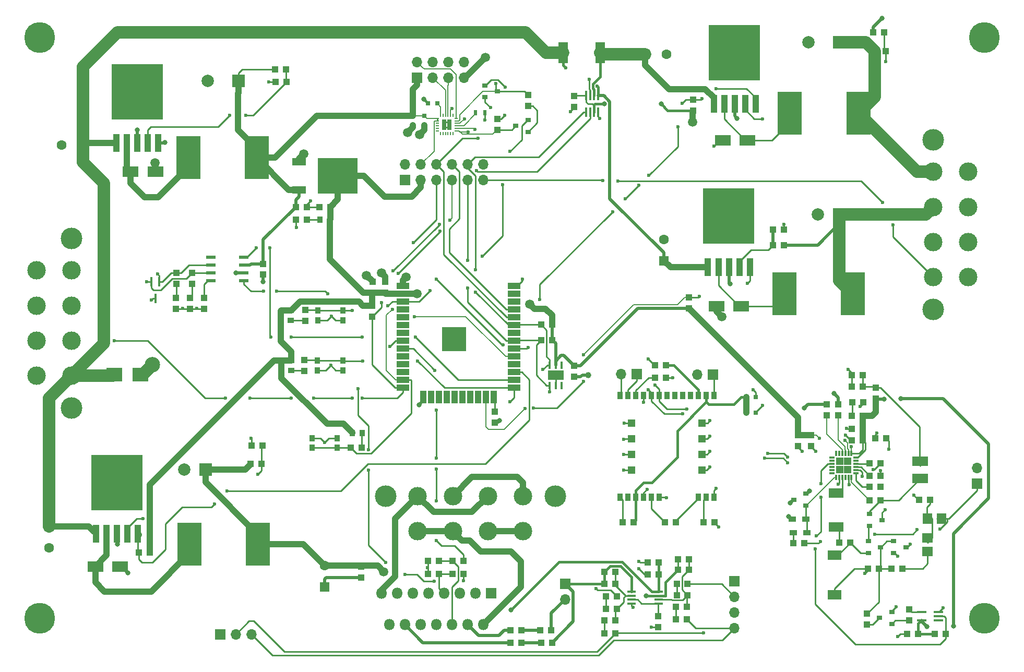
<source format=gbr>
G04 #@! TF.GenerationSoftware,KiCad,Pcbnew,5.0.0-rc2-unknown-2cb65f9~65~ubuntu18.04.1*
G04 #@! TF.CreationDate,2018-06-05T18:41:42-05:00*
G04 #@! TF.ProjectId,open-dash-daughterboard,6F70656E2D646173682D646175676874,rev?*
G04 #@! TF.SameCoordinates,Original*
G04 #@! TF.FileFunction,Copper,L1,Top,Signal*
G04 #@! TF.FilePolarity,Positive*
%FSLAX46Y46*%
G04 Gerber Fmt 4.6, Leading zero omitted, Abs format (unit mm)*
G04 Created by KiCad (PCBNEW 5.0.0-rc2-unknown-2cb65f9~65~ubuntu18.04.1) date Tue Jun  5 18:41:42 2018*
%MOMM*%
%LPD*%
G01*
G04 APERTURE LIST*
G04 #@! TA.AperFunction,SMDPad,CuDef*
%ADD10R,2.000000X1.000000*%
G04 #@! TD*
G04 #@! TA.AperFunction,SMDPad,CuDef*
%ADD11R,1.000000X2.000000*%
G04 #@! TD*
G04 #@! TA.AperFunction,SMDPad,CuDef*
%ADD12R,4.000000X4.000000*%
G04 #@! TD*
G04 #@! TA.AperFunction,SMDPad,CuDef*
%ADD13R,0.900000X0.800000*%
G04 #@! TD*
G04 #@! TA.AperFunction,SMDPad,CuDef*
%ADD14R,4.000000X7.000000*%
G04 #@! TD*
G04 #@! TA.AperFunction,SMDPad,CuDef*
%ADD15R,0.995000X1.000000*%
G04 #@! TD*
G04 #@! TA.AperFunction,WasherPad*
%ADD16C,5.000000*%
G04 #@! TD*
G04 #@! TA.AperFunction,ComponentPad*
%ADD17R,1.700000X1.700000*%
G04 #@! TD*
G04 #@! TA.AperFunction,ComponentPad*
%ADD18O,1.700000X1.700000*%
G04 #@! TD*
G04 #@! TA.AperFunction,ComponentPad*
%ADD19R,1.600000X1.600000*%
G04 #@! TD*
G04 #@! TA.AperFunction,ComponentPad*
%ADD20C,1.600000*%
G04 #@! TD*
G04 #@! TA.AperFunction,ComponentPad*
%ADD21C,2.000000*%
G04 #@! TD*
G04 #@! TA.AperFunction,ComponentPad*
%ADD22R,2.000000X2.000000*%
G04 #@! TD*
G04 #@! TA.AperFunction,SMDPad,CuDef*
%ADD23R,2.500000X2.300000*%
G04 #@! TD*
G04 #@! TA.AperFunction,SMDPad,CuDef*
%ADD24R,1.070000X3.000000*%
G04 #@! TD*
G04 #@! TA.AperFunction,SMDPad,CuDef*
%ADD25R,8.330000X9.000000*%
G04 #@! TD*
G04 #@! TA.AperFunction,SMDPad,CuDef*
%ADD26R,0.820000X1.000000*%
G04 #@! TD*
G04 #@! TA.AperFunction,SMDPad,CuDef*
%ADD27R,1.500000X1.780000*%
G04 #@! TD*
G04 #@! TA.AperFunction,SMDPad,CuDef*
%ADD28R,1.780000X1.500000*%
G04 #@! TD*
G04 #@! TA.AperFunction,SMDPad,CuDef*
%ADD29R,2.540000X1.500000*%
G04 #@! TD*
G04 #@! TA.AperFunction,SMDPad,CuDef*
%ADD30R,0.450000X1.250000*%
G04 #@! TD*
G04 #@! TA.AperFunction,SMDPad,CuDef*
%ADD31R,2.500000X1.600000*%
G04 #@! TD*
G04 #@! TA.AperFunction,SMDPad,CuDef*
%ADD32R,1.000000X0.995000*%
G04 #@! TD*
G04 #@! TA.AperFunction,SMDPad,CuDef*
%ADD33R,1.000000X0.820000*%
G04 #@! TD*
G04 #@! TA.AperFunction,SMDPad,CuDef*
%ADD34R,2.500000X1.800000*%
G04 #@! TD*
G04 #@! TA.AperFunction,SMDPad,CuDef*
%ADD35R,2.200000X1.200000*%
G04 #@! TD*
G04 #@! TA.AperFunction,SMDPad,CuDef*
%ADD36R,6.400000X5.800000*%
G04 #@! TD*
G04 #@! TA.AperFunction,ComponentPad*
%ADD37C,3.000000*%
G04 #@! TD*
G04 #@! TA.AperFunction,ComponentPad*
%ADD38C,3.500000*%
G04 #@! TD*
G04 #@! TA.AperFunction,ComponentPad*
%ADD39R,1.800000X1.800000*%
G04 #@! TD*
G04 #@! TA.AperFunction,ComponentPad*
%ADD40O,1.800000X1.800000*%
G04 #@! TD*
G04 #@! TA.AperFunction,SMDPad,CuDef*
%ADD41R,0.450000X1.500000*%
G04 #@! TD*
G04 #@! TA.AperFunction,SMDPad,CuDef*
%ADD42R,1.550000X0.600000*%
G04 #@! TD*
G04 #@! TA.AperFunction,SMDPad,CuDef*
%ADD43R,0.750000X0.800000*%
G04 #@! TD*
G04 #@! TA.AperFunction,SMDPad,CuDef*
%ADD44R,0.800000X0.750000*%
G04 #@! TD*
G04 #@! TA.AperFunction,SMDPad,CuDef*
%ADD45R,0.900000X1.000000*%
G04 #@! TD*
G04 #@! TA.AperFunction,SMDPad,CuDef*
%ADD46R,1.200000X0.900000*%
G04 #@! TD*
G04 #@! TA.AperFunction,SMDPad,CuDef*
%ADD47R,2.200000X1.500000*%
G04 #@! TD*
G04 #@! TA.AperFunction,SMDPad,CuDef*
%ADD48R,2.400000X1.500000*%
G04 #@! TD*
G04 #@! TA.AperFunction,SMDPad,CuDef*
%ADD49R,0.400000X1.560000*%
G04 #@! TD*
G04 #@! TA.AperFunction,SMDPad,CuDef*
%ADD50R,1.300000X1.300000*%
G04 #@! TD*
G04 #@! TA.AperFunction,SMDPad,CuDef*
%ADD51R,0.850000X0.300000*%
G04 #@! TD*
G04 #@! TA.AperFunction,SMDPad,CuDef*
%ADD52R,0.300000X0.850000*%
G04 #@! TD*
G04 #@! TA.AperFunction,SMDPad,CuDef*
%ADD53R,0.500000X0.900000*%
G04 #@! TD*
G04 #@! TA.AperFunction,SMDPad,CuDef*
%ADD54R,1.500000X0.400000*%
G04 #@! TD*
G04 #@! TA.AperFunction,SMDPad,CuDef*
%ADD55R,0.800000X0.875000*%
G04 #@! TD*
G04 #@! TA.AperFunction,SMDPad,CuDef*
%ADD56R,0.550000X0.200000*%
G04 #@! TD*
G04 #@! TA.AperFunction,SMDPad,CuDef*
%ADD57R,0.200000X0.550000*%
G04 #@! TD*
G04 #@! TA.AperFunction,SMDPad,CuDef*
%ADD58R,0.900000X1.200000*%
G04 #@! TD*
G04 #@! TA.AperFunction,SMDPad,CuDef*
%ADD59R,1.270000X1.270000*%
G04 #@! TD*
G04 #@! TA.AperFunction,SMDPad,CuDef*
%ADD60R,1.450000X0.450000*%
G04 #@! TD*
G04 #@! TA.AperFunction,SMDPad,CuDef*
%ADD61R,1.495000X3.400000*%
G04 #@! TD*
G04 #@! TA.AperFunction,ViaPad*
%ADD62C,0.600000*%
G04 #@! TD*
G04 #@! TA.AperFunction,ViaPad*
%ADD63C,2.500000*%
G04 #@! TD*
G04 #@! TA.AperFunction,ViaPad*
%ADD64C,1.000000*%
G04 #@! TD*
G04 #@! TA.AperFunction,ViaPad*
%ADD65C,1.500000*%
G04 #@! TD*
G04 #@! TA.AperFunction,ViaPad*
%ADD66C,0.800000*%
G04 #@! TD*
G04 #@! TA.AperFunction,Conductor*
%ADD67C,0.250000*%
G04 #@! TD*
G04 #@! TA.AperFunction,Conductor*
%ADD68C,0.400000*%
G04 #@! TD*
G04 #@! TA.AperFunction,Conductor*
%ADD69C,1.000000*%
G04 #@! TD*
G04 #@! TA.AperFunction,Conductor*
%ADD70C,0.200000*%
G04 #@! TD*
G04 #@! TA.AperFunction,Conductor*
%ADD71C,0.500000*%
G04 #@! TD*
G04 #@! TA.AperFunction,Conductor*
%ADD72C,2.000000*%
G04 #@! TD*
G04 APERTURE END LIST*
D10*
G04 #@! TO.P,U6,3*
G04 #@! TO.N,/EN_ESP*
X127707000Y-88647000D03*
G04 #@! TO.P,U6,36*
G04 #@! TO.N,Net-(U6-Pad36)*
X145741000Y-88675000D03*
D11*
G04 #@! TO.P,U6,23*
G04 #@! TO.N,/EN_DISPLAY*
X141169000Y-104141000D03*
G04 #@! TO.P,U6,24*
G04 #@! TO.N,Net-(R15-Pad2)*
X142439000Y-104141000D03*
G04 #@! TO.P,U6,19*
G04 #@! TO.N,Net-(U6-Pad19)*
X136089000Y-104141000D03*
G04 #@! TO.P,U6,20*
G04 #@! TO.N,Net-(U6-Pad20)*
X137359000Y-104141000D03*
G04 #@! TO.P,U6,22*
G04 #@! TO.N,Net-(U6-Pad22)*
X139899000Y-104141000D03*
G04 #@! TO.P,U6,21*
G04 #@! TO.N,Net-(U6-Pad21)*
X138629000Y-104141000D03*
G04 #@! TO.P,U6,17*
G04 #@! TO.N,Net-(U6-Pad17)*
X133549000Y-104141000D03*
G04 #@! TO.P,U6,18*
G04 #@! TO.N,Net-(U6-Pad18)*
X134819000Y-104141000D03*
G04 #@! TO.P,U6,16*
G04 #@! TO.N,Net-(U6-Pad16)*
X132279000Y-104141000D03*
G04 #@! TO.P,U6,1*
G04 #@! TO.N,AGND*
X131009000Y-104141000D03*
D10*
X145725000Y-86127000D03*
G04 #@! TO.P,U6,37*
G04 #@! TO.N,Net-(U6-Pad37)*
X145741000Y-87405000D03*
G04 #@! TO.P,U6,34*
G04 #@! TO.N,/RXD*
X145741000Y-91215000D03*
G04 #@! TO.P,U6,35*
G04 #@! TO.N,/TXD*
X145725000Y-89937000D03*
G04 #@! TO.P,U6,31*
G04 #@! TO.N,/SDA*
X145725000Y-95017000D03*
G04 #@! TO.P,U6,30*
G04 #@! TO.N,/EN_MAIN*
X145741000Y-96295000D03*
G04 #@! TO.P,U6,32*
G04 #@! TO.N,N/C*
X145741000Y-93755000D03*
G04 #@! TO.P,U6,33*
G04 #@! TO.N,/SCL*
X145725000Y-92477000D03*
G04 #@! TO.P,U6,25*
G04 #@! TO.N,/PROG*
X145725000Y-102637000D03*
G04 #@! TO.P,U6,27*
G04 #@! TO.N,/EN_AUDIO*
X145725000Y-100097000D03*
G04 #@! TO.P,U6,26*
G04 #@! TO.N,/CAN_RX*
X145741000Y-101375000D03*
G04 #@! TO.P,U6,28*
G04 #@! TO.N,Net-(U6-Pad28)*
X145741000Y-98835000D03*
G04 #@! TO.P,U6,29*
G04 #@! TO.N,/CAN_TX*
X145725000Y-97557000D03*
G04 #@! TO.P,U6,10*
G04 #@! TO.N,Net-(U6-Pad10)*
X127691000Y-97557000D03*
G04 #@! TO.P,U6,11*
G04 #@! TO.N,Net-(U6-Pad11)*
X127707000Y-98835000D03*
G04 #@! TO.P,U6,13*
G04 #@! TO.N,/FACTORY*
X127707000Y-101375000D03*
G04 #@! TO.P,U6,12*
G04 #@! TO.N,Net-(U6-Pad12)*
X127691000Y-100097000D03*
G04 #@! TO.P,U6,14*
G04 #@! TO.N,/SOFT_POWER*
X127691000Y-102637000D03*
G04 #@! TO.P,U6,6*
G04 #@! TO.N,Net-(U6-Pad6)*
X127691000Y-92477000D03*
G04 #@! TO.P,U6,7*
G04 #@! TO.N,Net-(U6-Pad7)*
X127707000Y-93755000D03*
G04 #@! TO.P,U6,9*
G04 #@! TO.N,/MUTE_AUDIO*
X127707000Y-96295000D03*
G04 #@! TO.P,U6,8*
G04 #@! TO.N,/STBY_AUDIO*
X127691000Y-95017000D03*
G04 #@! TO.P,U6,4*
G04 #@! TO.N,Net-(U6-Pad4)*
X127691000Y-89937000D03*
G04 #@! TO.P,U6,5*
G04 #@! TO.N,Net-(U6-Pad5)*
X127707000Y-91215000D03*
G04 #@! TO.P,U6,2*
G04 #@! TO.N,/3v3*
X127707000Y-87377000D03*
G04 #@! TO.P,U6,1*
G04 #@! TO.N,AGND*
X127707000Y-86107000D03*
D12*
X136033120Y-94793800D03*
G04 #@! TD*
D13*
G04 #@! TO.P,Q1,3*
G04 #@! TO.N,Net-(C30-Pad1)*
X205000000Y-140000000D03*
G04 #@! TO.P,Q1,2*
G04 #@! TO.N,AGND*
X207000000Y-139050000D03*
G04 #@! TO.P,Q1,1*
G04 #@! TO.N,Net-(Q1-Pad1)*
X207000000Y-140950000D03*
G04 #@! TD*
D14*
G04 #@! TO.P,L1,2*
G04 #@! TO.N,/5V*
X103976000Y-65315000D03*
G04 #@! TO.P,L1,1*
G04 #@! TO.N,Net-(D2-Pad1)*
X92876000Y-65315000D03*
G04 #@! TD*
D15*
G04 #@! TO.P,R48,1*
G04 #@! TO.N,Net-(C53-Pad2)*
X174087500Y-132200000D03*
G04 #@! TO.P,R48,2*
G04 #@! TO.N,/audio amplifier/R_AUDIO_IN*
X172312500Y-132200000D03*
G04 #@! TD*
D16*
G04 #@! TO.P,U15,*
G04 #@! TO.N,*
X68796000Y-140047000D03*
X221996000Y-140047000D03*
X221996000Y-45847000D03*
X68796000Y-45847000D03*
G04 #@! TD*
D17*
G04 #@! TO.P,AMF_Antenna1,1*
G04 #@! TO.N,/AMF_Antenna*
X220800000Y-118240000D03*
D18*
G04 #@! TO.P,AMF_Antenna1,2*
G04 #@! TO.N,AGND*
X220800000Y-115700000D03*
G04 #@! TD*
D19*
G04 #@! TO.P,C1,1*
G04 #@! TO.N,/BATTERY*
X70300000Y-125150000D03*
D20*
G04 #@! TO.P,C1,2*
G04 #@! TO.N,AGND*
X70300000Y-128650000D03*
G04 #@! TD*
G04 #@! TO.P,C2,2*
G04 #@! TO.N,AGND*
X170500000Y-48500000D03*
D19*
G04 #@! TO.P,C2,1*
G04 #@! TO.N,/V_MAIN*
X167000000Y-48500000D03*
G04 #@! TD*
D20*
G04 #@! TO.P,C3,2*
G04 #@! TO.N,AGND*
X170053000Y-78542000D03*
D19*
G04 #@! TO.P,C3,1*
G04 #@! TO.N,/BATTERY*
X170053000Y-82042000D03*
G04 #@! TD*
D21*
G04 #@! TO.P,C5,2*
G04 #@! TO.N,AGND*
X96027000Y-52815000D03*
D22*
G04 #@! TO.P,C5,1*
G04 #@! TO.N,/5V*
X101027000Y-52815000D03*
G04 #@! TD*
G04 #@! TO.P,C6,1*
G04 #@! TO.N,/MAIN_POWER*
X198501000Y-46609000D03*
D21*
G04 #@! TO.P,C6,2*
G04 #@! TO.N,AGND*
X193501000Y-46609000D03*
G04 #@! TD*
D23*
G04 #@! TO.P,D1,2*
G04 #@! TO.N,AGND*
X85150000Y-100500000D03*
G04 #@! TO.P,D1,1*
G04 #@! TO.N,/BATTERY*
X80850000Y-100500000D03*
G04 #@! TD*
D24*
G04 #@! TO.P,U1,5*
G04 #@! TO.N,AGND*
X88036000Y-62894000D03*
G04 #@! TO.P,U1,4*
G04 #@! TO.N,Net-(R4-Pad2)*
X86336000Y-62894000D03*
G04 #@! TO.P,U1,2*
G04 #@! TO.N,Net-(D2-Pad1)*
X82936000Y-62894000D03*
G04 #@! TO.P,U1,3*
G04 #@! TO.N,AGND*
X84636000Y-62894000D03*
G04 #@! TO.P,U1,1*
G04 #@! TO.N,/BATTERY*
X81236000Y-62894000D03*
D25*
G04 #@! TO.P,U1,3*
G04 #@! TO.N,AGND*
X84596000Y-54594000D03*
G04 #@! TD*
G04 #@! TO.P,U2,3*
G04 #@! TO.N,AGND*
X81272000Y-118041000D03*
D24*
G04 #@! TO.P,U2,1*
G04 #@! TO.N,/BATTERY*
X77912000Y-126341000D03*
G04 #@! TO.P,U2,3*
G04 #@! TO.N,AGND*
X81312000Y-126341000D03*
G04 #@! TO.P,U2,2*
G04 #@! TO.N,Net-(D3-Pad1)*
X79612000Y-126341000D03*
G04 #@! TO.P,U2,4*
G04 #@! TO.N,Net-(R10-Pad2)*
X83012000Y-126341000D03*
G04 #@! TO.P,U2,5*
G04 #@! TO.N,/EN_AUDIO*
X84712000Y-126341000D03*
G04 #@! TD*
G04 #@! TO.P,U3,5*
G04 #@! TO.N,/EN_MAIN*
X184923000Y-56560000D03*
G04 #@! TO.P,U3,4*
G04 #@! TO.N,Net-(R6-Pad2)*
X183223000Y-56560000D03*
G04 #@! TO.P,U3,2*
G04 #@! TO.N,Net-(D4-Pad1)*
X179823000Y-56560000D03*
G04 #@! TO.P,U3,3*
G04 #@! TO.N,AGND*
X181523000Y-56560000D03*
G04 #@! TO.P,U3,1*
G04 #@! TO.N,/V_MAIN*
X178123000Y-56560000D03*
D25*
G04 #@! TO.P,U3,3*
G04 #@! TO.N,AGND*
X181483000Y-48260000D03*
G04 #@! TD*
D14*
G04 #@! TO.P,L3,2*
G04 #@! TO.N,/MAIN_POWER*
X201577000Y-58093000D03*
G04 #@! TO.P,L3,1*
G04 #@! TO.N,Net-(D4-Pad1)*
X190477000Y-58093000D03*
G04 #@! TD*
G04 #@! TO.P,L4,1*
G04 #@! TO.N,Net-(D5-Pad1)*
X189588000Y-87430000D03*
G04 #@! TO.P,L4,2*
G04 #@! TO.N,/DISPLAY_POWER*
X200688000Y-87430000D03*
G04 #@! TD*
D26*
G04 #@! TO.P,D6,1*
G04 #@! TO.N,Net-(D6-Pad1)*
X114243000Y-75343000D03*
G04 #@! TO.P,D6,2*
G04 #@! TO.N,/3v3*
X115843000Y-75343000D03*
G04 #@! TD*
D14*
G04 #@! TO.P,L2,2*
G04 #@! TO.N,/AUDIO_POWER*
X104208000Y-128000000D03*
G04 #@! TO.P,L2,1*
G04 #@! TO.N,Net-(D3-Pad1)*
X93108000Y-128000000D03*
G04 #@! TD*
D27*
G04 #@! TO.P,L5,2*
G04 #@! TO.N,Net-(C26-Pad1)*
X212790000Y-123900000D03*
G04 #@! TO.P,L5,1*
G04 #@! TO.N,/AMF_Antenna*
X215050000Y-123900000D03*
G04 #@! TD*
D28*
G04 #@! TO.P,L6,1*
G04 #@! TO.N,Net-(C26-Pad1)*
X212800000Y-126990000D03*
G04 #@! TO.P,L6,2*
G04 #@! TO.N,Net-(C29-Pad2)*
X212800000Y-129250000D03*
G04 #@! TD*
D29*
G04 #@! TO.P,L9,1*
G04 #@! TO.N,Net-(C32-Pad1)*
X211600000Y-114550000D03*
G04 #@! TO.P,L9,2*
G04 #@! TO.N,Net-(C34-Pad1)*
X211600000Y-117320000D03*
G04 #@! TD*
D24*
G04 #@! TO.P,U4,5*
G04 #@! TO.N,/EN_DISPLAY*
X183986000Y-83104000D03*
G04 #@! TO.P,U4,4*
G04 #@! TO.N,Net-(R8-Pad2)*
X182286000Y-83104000D03*
G04 #@! TO.P,U4,2*
G04 #@! TO.N,Net-(D5-Pad1)*
X178886000Y-83104000D03*
G04 #@! TO.P,U4,3*
G04 #@! TO.N,AGND*
X180586000Y-83104000D03*
G04 #@! TO.P,U4,1*
G04 #@! TO.N,/BATTERY*
X177186000Y-83104000D03*
D25*
G04 #@! TO.P,U4,3*
G04 #@! TO.N,AGND*
X180546000Y-74804000D03*
G04 #@! TD*
D30*
G04 #@! TO.P,U9,1*
G04 #@! TO.N,/SDA*
X151472000Y-102250000D03*
G04 #@! TO.P,U9,2*
G04 #@! TO.N,AGND*
X152472000Y-102250000D03*
G04 #@! TO.P,U9,3*
G04 #@! TO.N,N/C*
X153472000Y-102250000D03*
G04 #@! TO.P,U9,5*
G04 #@! TO.N,/3v3*
X152472000Y-98950000D03*
G04 #@! TO.P,U9,6*
G04 #@! TO.N,/SCL*
X151472000Y-98950000D03*
G04 #@! TO.P,U9,4*
G04 #@! TO.N,N/C*
X153472000Y-98950000D03*
D31*
G04 #@! TO.P,U9,2*
G04 #@! TO.N,AGND*
X152472000Y-100600000D03*
G04 #@! TD*
D15*
G04 #@! TO.P,C9,1*
G04 #@! TO.N,/3v3*
X115930500Y-73311000D03*
G04 #@! TO.P,C9,2*
G04 #@! TO.N,AGND*
X114155500Y-73311000D03*
G04 #@! TD*
D32*
G04 #@! TO.P,C10,2*
G04 #@! TO.N,AGND*
X122754000Y-85473500D03*
G04 #@! TO.P,C10,1*
G04 #@! TO.N,/3v3*
X122754000Y-87248500D03*
G04 #@! TD*
G04 #@! TO.P,C11,2*
G04 #@! TO.N,AGND*
X124786000Y-85473500D03*
G04 #@! TO.P,C11,1*
G04 #@! TO.N,/3v3*
X124786000Y-87248500D03*
G04 #@! TD*
G04 #@! TO.P,C15,2*
G04 #@! TO.N,AGND*
X105050000Y-84297500D03*
G04 #@! TO.P,C15,1*
G04 #@! TO.N,/5V*
X105050000Y-82522500D03*
G04 #@! TD*
G04 #@! TO.P,C16,1*
G04 #@! TO.N,Net-(C16-Pad1)*
X90860000Y-88072500D03*
G04 #@! TO.P,C16,2*
G04 #@! TO.N,AGND*
X90860000Y-89847500D03*
G04 #@! TD*
G04 #@! TO.P,C17,2*
G04 #@! TO.N,AGND*
X93190000Y-89847500D03*
G04 #@! TO.P,C17,1*
G04 #@! TO.N,Net-(C17-Pad1)*
X93190000Y-88072500D03*
G04 #@! TD*
G04 #@! TO.P,C18,1*
G04 #@! TO.N,/3v3*
X155500000Y-99112500D03*
G04 #@! TO.P,C18,2*
G04 #@! TO.N,AGND*
X155500000Y-100887500D03*
G04 #@! TD*
G04 #@! TO.P,C19,1*
G04 #@! TO.N,AGND*
X155500000Y-57087500D03*
G04 #@! TO.P,C19,2*
G04 #@! TO.N,/3v3*
X155500000Y-55312500D03*
G04 #@! TD*
D15*
G04 #@! TO.P,C20,1*
G04 #@! TO.N,Net-(C20-Pad1)*
X145112500Y-142000000D03*
G04 #@! TO.P,C20,2*
G04 #@! TO.N,Net-(C20-Pad2)*
X146887500Y-142000000D03*
G04 #@! TD*
G04 #@! TO.P,C21,2*
G04 #@! TO.N,Net-(C21-Pad2)*
X146887500Y-144000000D03*
G04 #@! TO.P,C21,1*
G04 #@! TO.N,Net-(C21-Pad1)*
X145112500Y-144000000D03*
G04 #@! TD*
G04 #@! TO.P,C23,2*
G04 #@! TO.N,AGND*
X131747346Y-130725953D03*
G04 #@! TO.P,C23,1*
G04 #@! TO.N,Net-(C23-Pad1)*
X133522346Y-130725953D03*
G04 #@! TD*
G04 #@! TO.P,C24,1*
G04 #@! TO.N,Net-(C24-Pad1)*
X133580346Y-132859953D03*
G04 #@! TO.P,C24,2*
G04 #@! TO.N,AGND*
X131805346Y-132859953D03*
G04 #@! TD*
D32*
G04 #@! TO.P,C25,2*
G04 #@! TO.N,AGND*
X120904000Y-133475500D03*
G04 #@! TO.P,C25,1*
G04 #@! TO.N,/AUDIO_POWER*
X120904000Y-131700500D03*
G04 #@! TD*
D15*
G04 #@! TO.P,C26,2*
G04 #@! TO.N,AGND*
X211412500Y-120800000D03*
G04 #@! TO.P,C26,1*
G04 #@! TO.N,Net-(C26-Pad1)*
X213187500Y-120800000D03*
G04 #@! TD*
G04 #@! TO.P,C27,1*
G04 #@! TO.N,Net-(C27-Pad1)*
X191012500Y-127900000D03*
G04 #@! TO.P,C27,2*
G04 #@! TO.N,/AMF_Antenna*
X192787500Y-127900000D03*
G04 #@! TD*
G04 #@! TO.P,C28,2*
G04 #@! TO.N,/3v3*
X211287500Y-142600000D03*
G04 #@! TO.P,C28,1*
G04 #@! TO.N,AGND*
X209512500Y-142600000D03*
G04 #@! TD*
G04 #@! TO.P,C29,1*
G04 #@! TO.N,Net-(C29-Pad1)*
X206912500Y-132000000D03*
G04 #@! TO.P,C29,2*
G04 #@! TO.N,Net-(C29-Pad2)*
X208687500Y-132000000D03*
G04 #@! TD*
D32*
G04 #@! TO.P,C30,1*
G04 #@! TO.N,Net-(C30-Pad1)*
X203000000Y-141087500D03*
G04 #@! TO.P,C30,2*
G04 #@! TO.N,Net-(C29-Pad1)*
X203000000Y-139312500D03*
G04 #@! TD*
D15*
G04 #@! TO.P,C31,1*
G04 #@! TO.N,AGND*
X204313735Y-110869116D03*
G04 #@! TO.P,C31,2*
G04 #@! TO.N,Net-(C31-Pad2)*
X206088735Y-110869116D03*
G04 #@! TD*
G04 #@! TO.P,C32,1*
G04 #@! TO.N,Net-(C32-Pad1)*
X202275000Y-100600000D03*
G04 #@! TO.P,C32,2*
G04 #@! TO.N,AGND*
X200500000Y-100600000D03*
G04 #@! TD*
G04 #@! TO.P,C33,1*
G04 #@! TO.N,Net-(C32-Pad1)*
X202275000Y-102500000D03*
G04 #@! TO.P,C33,2*
G04 #@! TO.N,AGND*
X200500000Y-102500000D03*
G04 #@! TD*
G04 #@! TO.P,C34,1*
G04 #@! TO.N,Net-(C34-Pad1)*
X205187500Y-120900000D03*
G04 #@! TO.P,C34,2*
G04 #@! TO.N,Net-(C34-Pad2)*
X203412500Y-120900000D03*
G04 #@! TD*
G04 #@! TO.P,C35,2*
G04 #@! TO.N,Net-(C35-Pad2)*
X200300000Y-127800000D03*
G04 #@! TO.P,C35,1*
G04 #@! TO.N,Net-(C35-Pad1)*
X198525000Y-127800000D03*
G04 #@! TD*
D32*
G04 #@! TO.P,C36,1*
G04 #@! TO.N,AGND*
X193926235Y-112106616D03*
G04 #@! TO.P,C36,2*
G04 #@! TO.N,/3v3*
X193926235Y-110331616D03*
G04 #@! TD*
G04 #@! TO.P,C37,2*
G04 #@! TO.N,Net-(C37-Pad2)*
X198276235Y-107106616D03*
G04 #@! TO.P,C37,1*
G04 #@! TO.N,/R_FM_AUDIO*
X198276235Y-105331616D03*
G04 #@! TD*
G04 #@! TO.P,C38,2*
G04 #@! TO.N,Net-(C38-Pad2)*
X196426235Y-107106616D03*
G04 #@! TO.P,C38,1*
G04 #@! TO.N,/L_FM_AUDIO*
X196426235Y-105331616D03*
G04 #@! TD*
G04 #@! TO.P,C39,1*
G04 #@! TO.N,AGND*
X191776235Y-112106616D03*
G04 #@! TO.P,C39,2*
G04 #@! TO.N,/3v3*
X191776235Y-110331616D03*
G04 #@! TD*
D15*
G04 #@! TO.P,C40,1*
G04 #@! TO.N,AGND*
X200538735Y-111169116D03*
G04 #@! TO.P,C40,2*
G04 #@! TO.N,/3v3*
X202313735Y-111169116D03*
G04 #@! TD*
G04 #@! TO.P,C41,2*
G04 #@! TO.N,/3v3*
X202301235Y-109319116D03*
G04 #@! TO.P,C41,1*
G04 #@! TO.N,AGND*
X200526235Y-109319116D03*
G04 #@! TD*
D26*
G04 #@! TO.P,D10,2*
G04 #@! TO.N,/3v3*
X119500000Y-110000000D03*
G04 #@! TO.P,D10,1*
G04 #@! TO.N,Net-(D10-Pad1)*
X121100000Y-110000000D03*
G04 #@! TD*
D33*
G04 #@! TO.P,D11,1*
G04 #@! TO.N,Net-(D11-Pad1)*
X109500000Y-91700000D03*
G04 #@! TO.P,D11,2*
G04 #@! TO.N,/3v3*
X109500000Y-90100000D03*
G04 #@! TD*
D32*
G04 #@! TO.P,R3,1*
G04 #@! TO.N,/3v3*
X174117000Y-89787500D03*
G04 #@! TO.P,R3,2*
G04 #@! TO.N,/EN_DISPLAY*
X174117000Y-88012500D03*
G04 #@! TD*
D15*
G04 #@! TO.P,R10,1*
G04 #@! TO.N,/AUDIO_POWER*
X103000000Y-115000000D03*
G04 #@! TO.P,R10,2*
G04 #@! TO.N,Net-(R10-Pad2)*
X104775000Y-115000000D03*
G04 #@! TD*
G04 #@! TO.P,R11,1*
G04 #@! TO.N,Net-(R10-Pad2)*
X104887500Y-112000000D03*
G04 #@! TO.P,R11,2*
G04 #@! TO.N,AGND*
X103112500Y-112000000D03*
G04 #@! TD*
G04 #@! TO.P,R12,2*
G04 #@! TO.N,AGND*
X110345500Y-75343000D03*
G04 #@! TO.P,R12,1*
G04 #@! TO.N,Net-(D6-Pad1)*
X112120500Y-75343000D03*
G04 #@! TD*
G04 #@! TO.P,R13,2*
G04 #@! TO.N,/3v3*
X151900000Y-94900000D03*
G04 #@! TO.P,R13,1*
G04 #@! TO.N,/SDA*
X150125000Y-94900000D03*
G04 #@! TD*
G04 #@! TO.P,R14,1*
G04 #@! TO.N,/SCL*
X150112500Y-92400000D03*
G04 #@! TO.P,R14,2*
G04 #@! TO.N,/3v3*
X151887500Y-92400000D03*
G04 #@! TD*
D32*
G04 #@! TO.P,R15,2*
G04 #@! TO.N,Net-(R15-Pad2)*
X142566000Y-106555500D03*
G04 #@! TO.P,R15,1*
G04 #@! TO.N,AGND*
X142566000Y-108330500D03*
G04 #@! TD*
G04 #@! TO.P,R18,2*
G04 #@! TO.N,AGND*
X95470000Y-89817500D03*
G04 #@! TO.P,R18,1*
G04 #@! TO.N,Net-(R18-Pad1)*
X95470000Y-88042500D03*
G04 #@! TD*
G04 #@! TO.P,R19,1*
G04 #@! TO.N,/CAN-*
X91000000Y-84000000D03*
G04 #@! TO.P,R19,2*
G04 #@! TO.N,Net-(C16-Pad1)*
X91000000Y-85775000D03*
G04 #@! TD*
G04 #@! TO.P,R20,2*
G04 #@! TO.N,Net-(C17-Pad1)*
X93500000Y-85775000D03*
G04 #@! TO.P,R20,1*
G04 #@! TO.N,/CAN+*
X93500000Y-84000000D03*
G04 #@! TD*
D15*
G04 #@! TO.P,R22,2*
G04 #@! TO.N,/MUTE_AUDIO*
X137522346Y-130725953D03*
G04 #@! TO.P,R22,1*
G04 #@! TO.N,Net-(C23-Pad1)*
X135747346Y-130725953D03*
G04 #@! TD*
G04 #@! TO.P,R23,1*
G04 #@! TO.N,Net-(C24-Pad1)*
X135747346Y-132889000D03*
G04 #@! TO.P,R23,2*
G04 #@! TO.N,/STBY_AUDIO*
X137522346Y-132889000D03*
G04 #@! TD*
G04 #@! TO.P,R24,2*
G04 #@! TO.N,/FM Radio/am_passive_ant_en*
X215775000Y-142600000D03*
G04 #@! TO.P,R24,1*
G04 #@! TO.N,/3v3*
X214000000Y-142600000D03*
G04 #@! TD*
D32*
G04 #@! TO.P,R25,2*
G04 #@! TO.N,Net-(R25-Pad2)*
X209800000Y-138612500D03*
G04 #@! TO.P,R25,1*
G04 #@! TO.N,Net-(Q1-Pad1)*
X209800000Y-140387500D03*
G04 #@! TD*
D15*
G04 #@! TO.P,R26,2*
G04 #@! TO.N,AGND*
X203112500Y-132000000D03*
G04 #@! TO.P,R26,1*
G04 #@! TO.N,Net-(C29-Pad1)*
X204887500Y-132000000D03*
G04 #@! TD*
G04 #@! TO.P,R27,1*
G04 #@! TO.N,/3v3*
X202288735Y-107219116D03*
G04 #@! TO.P,R27,2*
G04 #@! TO.N,Net-(R27-Pad2)*
X200513735Y-107219116D03*
G04 #@! TD*
G04 #@! TO.P,R28,2*
G04 #@! TO.N,AGND*
X202387500Y-105000000D03*
G04 #@! TO.P,R28,1*
G04 #@! TO.N,Net-(R27-Pad2)*
X200612500Y-105000000D03*
G04 #@! TD*
D32*
G04 #@! TO.P,R29,1*
G04 #@! TO.N,Net-(C32-Pad1)*
X204400000Y-102612500D03*
G04 #@! TO.P,R29,2*
G04 #@! TO.N,/3v3*
X204400000Y-104387500D03*
G04 #@! TD*
D15*
G04 #@! TO.P,R30,1*
G04 #@! TO.N,Net-(R30-Pad1)*
X203412500Y-118700000D03*
G04 #@! TO.P,R30,2*
G04 #@! TO.N,/FM Radio/FM_RADIO_RST*
X205187500Y-118700000D03*
G04 #@! TD*
G04 #@! TO.P,R31,2*
G04 #@! TO.N,/SCL*
X205187500Y-116900000D03*
G04 #@! TO.P,R31,1*
G04 #@! TO.N,Net-(R31-Pad1)*
X203412500Y-116900000D03*
G04 #@! TD*
G04 #@! TO.P,R32,1*
G04 #@! TO.N,Net-(R32-Pad1)*
X203400000Y-114900000D03*
G04 #@! TO.P,R32,2*
G04 #@! TO.N,/SDA*
X205175000Y-114900000D03*
G04 #@! TD*
D32*
G04 #@! TO.P,R38,1*
G04 #@! TO.N,Net-(D11-Pad1)*
X111900000Y-91787500D03*
G04 #@! TO.P,R38,2*
G04 #@! TO.N,/EN_ESP*
X111900000Y-90012500D03*
G04 #@! TD*
D33*
G04 #@! TO.P,D12,1*
G04 #@! TO.N,Net-(D12-Pad1)*
X109600000Y-99800000D03*
G04 #@! TO.P,D12,2*
G04 #@! TO.N,/3v3*
X109600000Y-98200000D03*
G04 #@! TD*
D15*
G04 #@! TO.P,R1,1*
G04 #@! TO.N,/3v3*
X86652500Y-129343000D03*
G04 #@! TO.P,R1,2*
G04 #@! TO.N,/EN_AUDIO*
X84877500Y-129343000D03*
G04 #@! TD*
D32*
G04 #@! TO.P,R2,2*
G04 #@! TO.N,/EN_MAIN*
X174752000Y-55881500D03*
G04 #@! TO.P,R2,1*
G04 #@! TO.N,/3v3*
X174752000Y-57656500D03*
G04 #@! TD*
D15*
G04 #@! TO.P,R4,2*
G04 #@! TO.N,Net-(R4-Pad2)*
X108775000Y-51000000D03*
G04 #@! TO.P,R4,1*
G04 #@! TO.N,/5V*
X107000000Y-51000000D03*
G04 #@! TD*
G04 #@! TO.P,R5,2*
G04 #@! TO.N,AGND*
X107025000Y-53000000D03*
G04 #@! TO.P,R5,1*
G04 #@! TO.N,Net-(R4-Pad2)*
X108800000Y-53000000D03*
G04 #@! TD*
G04 #@! TO.P,R6,1*
G04 #@! TO.N,/MAIN_POWER*
X204225000Y-48000000D03*
G04 #@! TO.P,R6,2*
G04 #@! TO.N,Net-(R6-Pad2)*
X206000000Y-48000000D03*
G04 #@! TD*
G04 #@! TO.P,R7,2*
G04 #@! TO.N,AGND*
X204000000Y-45000000D03*
G04 #@! TO.P,R7,1*
G04 #@! TO.N,Net-(R6-Pad2)*
X205775000Y-45000000D03*
G04 #@! TD*
G04 #@! TO.P,R8,2*
G04 #@! TO.N,Net-(R8-Pad2)*
X187725000Y-79500000D03*
G04 #@! TO.P,R8,1*
G04 #@! TO.N,/DISPLAY_POWER*
X189500000Y-79500000D03*
G04 #@! TD*
G04 #@! TO.P,R9,1*
G04 #@! TO.N,Net-(R8-Pad2)*
X187725000Y-77000000D03*
G04 #@! TO.P,R9,2*
G04 #@! TO.N,AGND*
X189500000Y-77000000D03*
G04 #@! TD*
D32*
G04 #@! TO.P,R39,1*
G04 #@! TO.N,Net-(D12-Pad1)*
X111700000Y-99887500D03*
G04 #@! TO.P,R39,2*
G04 #@! TO.N,/PROG*
X111700000Y-98112500D03*
G04 #@! TD*
D34*
G04 #@! TO.P,D2,1*
G04 #@! TO.N,Net-(D2-Pad1)*
X83533000Y-67547000D03*
G04 #@! TO.P,D2,2*
G04 #@! TO.N,AGND*
X87533000Y-67547000D03*
G04 #@! TD*
G04 #@! TO.P,D3,2*
G04 #@! TO.N,AGND*
X81796000Y-131629000D03*
G04 #@! TO.P,D3,1*
G04 #@! TO.N,Net-(D3-Pad1)*
X77796000Y-131629000D03*
G04 #@! TD*
G04 #@! TO.P,D5,1*
G04 #@! TO.N,Net-(D5-Pad1)*
X182594000Y-89408000D03*
G04 #@! TO.P,D5,2*
G04 #@! TO.N,AGND*
X178594000Y-89408000D03*
G04 #@! TD*
G04 #@! TO.P,D4,1*
G04 #@! TO.N,Net-(D4-Pad1)*
X183610000Y-62484000D03*
G04 #@! TO.P,D4,2*
G04 #@! TO.N,AGND*
X179610000Y-62484000D03*
G04 #@! TD*
D35*
G04 #@! TO.P,U5,1*
G04 #@! TO.N,AGND*
X110843000Y-65951000D03*
G04 #@! TO.P,U5,3*
G04 #@! TO.N,/5V*
X110843000Y-70511000D03*
D36*
G04 #@! TO.P,U5,2*
G04 #@! TO.N,/3v3*
X117143000Y-68231000D03*
G04 #@! TD*
D15*
G04 #@! TO.P,C12,1*
G04 #@! TO.N,/5V*
X110345500Y-73311000D03*
G04 #@! TO.P,C12,2*
G04 #@! TO.N,AGND*
X112120500Y-73311000D03*
G04 #@! TD*
D22*
G04 #@! TO.P,C7,1*
G04 #@! TO.N,/DISPLAY_POWER*
X198500000Y-74500000D03*
D21*
G04 #@! TO.P,C7,2*
G04 #@! TO.N,AGND*
X195000000Y-74500000D03*
G04 #@! TD*
G04 #@! TO.P,C8,2*
G04 #@! TO.N,AGND*
X92200000Y-115900000D03*
D22*
G04 #@! TO.P,C8,1*
G04 #@! TO.N,/AUDIO_POWER*
X95700000Y-115900000D03*
G04 #@! TD*
D32*
G04 #@! TO.P,R16,1*
G04 #@! TO.N,/3v3*
X122690000Y-89305000D03*
G04 #@! TO.P,R16,2*
G04 #@! TO.N,/SOFT_POWER*
X122690000Y-91080000D03*
G04 #@! TD*
D15*
G04 #@! TO.P,R17,2*
G04 #@! TO.N,/FACTORY*
X119225000Y-112400000D03*
G04 #@! TO.P,R17,1*
G04 #@! TO.N,Net-(D10-Pad1)*
X121000000Y-112400000D03*
G04 #@! TD*
D37*
G04 #@! TO.P,U7,6*
G04 #@! TO.N,/interface/CAMERA-*
X68250000Y-89300000D03*
G04 #@! TO.P,U7,8*
G04 #@! TO.N,AGND*
X68250000Y-100700000D03*
G04 #@! TO.P,U7,5*
G04 #@! TO.N,/CAN-*
X68250000Y-83600000D03*
G04 #@! TO.P,U7,7*
G04 #@! TO.N,/interface/CAMERA_S*
X68250000Y-95000000D03*
G04 #@! TO.P,U7,4*
G04 #@! TO.N,/CAN+*
X73950000Y-83600000D03*
G04 #@! TO.P,U7,3*
G04 #@! TO.N,/interface/CAMERA+*
X73950000Y-89300000D03*
G04 #@! TO.P,U7,2*
G04 #@! TO.N,/SOFT_POWER*
X73950000Y-95000000D03*
G04 #@! TO.P,U7,1*
G04 #@! TO.N,/BATTERY*
X73950000Y-100700000D03*
D38*
G04 #@! TO.P,U7,M*
G04 #@! TO.N,N/C*
X73950000Y-78400000D03*
X73950000Y-105900000D03*
G04 #@! TD*
D13*
G04 #@! TO.P,Q5,1*
G04 #@! TO.N,Net-(Q5-Pad1)*
X141000000Y-53600000D03*
G04 #@! TO.P,Q5,2*
G04 #@! TO.N,/PROG*
X141000000Y-55500000D03*
G04 #@! TO.P,Q5,3*
G04 #@! TO.N,/USB interface/DTR*
X143000000Y-54550000D03*
G04 #@! TD*
D39*
G04 #@! TO.P,U11,1*
G04 #@! TO.N,/FL_AUDIO_OUT+*
X142000000Y-136000000D03*
D40*
G04 #@! TO.P,U11,2*
G04 #@! TO.N,/FL_AUDIO_OUT-*
X140730000Y-141080000D03*
G04 #@! TO.P,U11,3*
G04 #@! TO.N,/AUDIO_POWER*
X139460000Y-136000000D03*
G04 #@! TO.P,U11,4*
G04 #@! TO.N,Net-(C20-Pad1)*
X138190000Y-141080000D03*
G04 #@! TO.P,U11,5*
G04 #@! TO.N,Net-(U11-Pad5)*
X136920000Y-136000000D03*
G04 #@! TO.P,U11,6*
G04 #@! TO.N,Net-(C23-Pad1)*
X135650000Y-141080000D03*
G04 #@! TO.P,U11,7*
G04 #@! TO.N,Net-(C24-Pad1)*
X134380000Y-136000000D03*
G04 #@! TO.P,U11,8*
G04 #@! TO.N,AGND*
X133110000Y-141080000D03*
G04 #@! TO.P,U11,9*
X131840000Y-136000000D03*
G04 #@! TO.P,U11,10*
G04 #@! TO.N,Net-(U11-Pad10)*
X130570000Y-141080000D03*
G04 #@! TO.P,U11,11*
G04 #@! TO.N,Net-(U11-Pad11)*
X129300000Y-136000000D03*
G04 #@! TO.P,U11,12*
G04 #@! TO.N,Net-(C21-Pad1)*
X128030000Y-141080000D03*
G04 #@! TO.P,U11,13*
G04 #@! TO.N,/AUDIO_POWER*
X126760000Y-136000000D03*
G04 #@! TO.P,U11,14*
G04 #@! TO.N,/FR_AUDIO_OUT-*
X125490000Y-141080000D03*
G04 #@! TO.P,U11,15*
G04 #@! TO.N,/FR_AUDIO_OUT+*
X124220000Y-136000000D03*
G04 #@! TD*
D37*
G04 #@! TO.P,U16,6*
G04 #@! TO.N,AGND*
X219400000Y-79000000D03*
G04 #@! TO.P,U16,8*
X219400000Y-67600000D03*
G04 #@! TO.P,U16,5*
G04 #@! TO.N,Net-(U16-Pad5)*
X219400000Y-84700000D03*
G04 #@! TO.P,U16,7*
G04 #@! TO.N,AGND*
X219400000Y-73300000D03*
G04 #@! TO.P,U16,4*
G04 #@! TO.N,/SOFT_POWER*
X213700000Y-84700000D03*
G04 #@! TO.P,U16,3*
G04 #@! TO.N,/5V*
X213700000Y-79000000D03*
G04 #@! TO.P,U16,2*
G04 #@! TO.N,/DISPLAY_POWER*
X213700000Y-73300000D03*
G04 #@! TO.P,U16,1*
G04 #@! TO.N,/MAIN_POWER*
X213700000Y-67600000D03*
D38*
G04 #@! TO.P,U16,M*
G04 #@! TO.N,N/C*
X213700000Y-89900000D03*
X213700000Y-62400000D03*
G04 #@! TD*
D19*
G04 #@! TO.P,C22,1*
G04 #@! TO.N,AGND*
X115000000Y-135000000D03*
D20*
G04 #@! TO.P,C22,2*
G04 #@! TO.N,/AUDIO_POWER*
X115000000Y-131500000D03*
G04 #@! TD*
D41*
G04 #@! TO.P,D7,1*
G04 #@! TO.N,/CAN-*
X88200000Y-85470000D03*
G04 #@! TO.P,D7,2*
G04 #@! TO.N,/CAN+*
X86900000Y-85470000D03*
G04 #@! TO.P,D7,3*
G04 #@! TO.N,AGND*
X87550000Y-88130000D03*
G04 #@! TD*
D42*
G04 #@! TO.P,U8,1*
G04 #@! TO.N,/CAN_TX*
X101910000Y-85285000D03*
G04 #@! TO.P,U8,2*
G04 #@! TO.N,AGND*
X101910000Y-84015000D03*
G04 #@! TO.P,U8,3*
G04 #@! TO.N,/5V*
X101910000Y-82745000D03*
G04 #@! TO.P,U8,4*
G04 #@! TO.N,/CAN_RX*
X101910000Y-81475000D03*
G04 #@! TO.P,U8,5*
G04 #@! TO.N,Net-(U8-Pad5)*
X96510000Y-81475000D03*
G04 #@! TO.P,U8,6*
G04 #@! TO.N,/CAN-*
X96510000Y-82745000D03*
G04 #@! TO.P,U8,7*
G04 #@! TO.N,/CAN+*
X96510000Y-84015000D03*
G04 #@! TO.P,U8,8*
G04 #@! TO.N,Net-(R18-Pad1)*
X96510000Y-85285000D03*
G04 #@! TD*
D17*
G04 #@! TO.P,J4,1*
G04 #@! TO.N,AGND*
X128080000Y-68940000D03*
D18*
G04 #@! TO.P,J4,2*
X128080000Y-66400000D03*
G04 #@! TO.P,J4,3*
G04 #@! TO.N,/3v3*
X130620000Y-68940000D03*
G04 #@! TO.P,J4,4*
G04 #@! TO.N,/5V*
X130620000Y-66400000D03*
G04 #@! TO.P,J4,5*
G04 #@! TO.N,/PROG*
X133160000Y-68940000D03*
G04 #@! TO.P,J4,6*
G04 #@! TO.N,/RXD*
X133160000Y-66400000D03*
G04 #@! TO.P,J4,7*
G04 #@! TO.N,/FACTORY*
X135700000Y-68940000D03*
G04 #@! TO.P,J4,8*
G04 #@! TO.N,/TXD*
X135700000Y-66400000D03*
G04 #@! TO.P,J4,9*
G04 #@! TO.N,/SDA*
X138240000Y-68940000D03*
G04 #@! TO.P,J4,10*
G04 #@! TO.N,/SCL*
X138240000Y-66400000D03*
G04 #@! TO.P,J4,11*
G04 #@! TO.N,/SOFT_POWER*
X140780000Y-68940000D03*
G04 #@! TO.P,J4,12*
G04 #@! TO.N,Net-(J4-Pad12)*
X140780000Y-66400000D03*
G04 #@! TD*
D13*
G04 #@! TO.P,Q4,1*
G04 #@! TO.N,Net-(Q4-Pad1)*
X148000000Y-61110000D03*
G04 #@! TO.P,Q4,2*
G04 #@! TO.N,/EN_ESP*
X148000000Y-59210000D03*
G04 #@! TO.P,Q4,3*
G04 #@! TO.N,/USB interface/RTS*
X146000000Y-60160000D03*
G04 #@! TD*
D32*
G04 #@! TO.P,R40,1*
G04 #@! TO.N,Net-(Q4-Pad1)*
X148000000Y-56887500D03*
G04 #@! TO.P,R40,2*
G04 #@! TO.N,/USB interface/DTR*
X148000000Y-55112500D03*
G04 #@! TD*
G04 #@! TO.P,R41,2*
G04 #@! TO.N,/USB interface/RTS*
X143000000Y-60775000D03*
G04 #@! TO.P,R41,1*
G04 #@! TO.N,Net-(Q5-Pad1)*
X143000000Y-59000000D03*
G04 #@! TD*
D18*
G04 #@! TO.P,P4,8*
G04 #@! TO.N,/USB interface/RTS*
X137620000Y-49760000D03*
G04 #@! TO.P,P4,7*
G04 #@! TO.N,AGND*
X137620000Y-52300000D03*
G04 #@! TO.P,P4,6*
G04 #@! TO.N,/USB interface/DSR*
X135080000Y-49760000D03*
G04 #@! TO.P,P4,5*
G04 #@! TO.N,/USB interface/D_P*
X135080000Y-52300000D03*
G04 #@! TO.P,P4,4*
G04 #@! TO.N,/USB interface/DTR*
X132540000Y-49760000D03*
G04 #@! TO.P,P4,3*
G04 #@! TO.N,/USB interface/D_N*
X132540000Y-52300000D03*
G04 #@! TO.P,P4,2*
G04 #@! TO.N,/USB interface/DCD*
X130000000Y-49760000D03*
D17*
G04 #@! TO.P,P4,1*
G04 #@! TO.N,/5V*
X130000000Y-52300000D03*
G04 #@! TD*
D43*
G04 #@! TO.P,C13,1*
G04 #@! TO.N,/5V*
X131200000Y-58550000D03*
G04 #@! TO.P,C13,2*
G04 #@! TO.N,AGND*
X131200000Y-60050000D03*
G04 #@! TD*
G04 #@! TO.P,C14,2*
G04 #@! TO.N,AGND*
X129300000Y-60050000D03*
G04 #@! TO.P,C14,1*
G04 #@! TO.N,/5V*
X129300000Y-58550000D03*
G04 #@! TD*
D44*
G04 #@! TO.P,C46,1*
G04 #@! TO.N,AGND*
X131750000Y-56500000D03*
G04 #@! TO.P,C46,2*
G04 #@! TO.N,Net-(C46-Pad2)*
X133250000Y-56500000D03*
G04 #@! TD*
D45*
G04 #@! TO.P,FACTORY1,2*
G04 #@! TO.N,AGND*
X112950000Y-110800000D03*
G04 #@! TO.P,FACTORY1,1*
G04 #@! TO.N,/FACTORY*
X112950000Y-112400000D03*
G04 #@! TO.P,FACTORY1,2*
G04 #@! TO.N,AGND*
X117050000Y-110800000D03*
G04 #@! TO.P,FACTORY1,1*
G04 #@! TO.N,/FACTORY*
X117050000Y-112400000D03*
G04 #@! TD*
D46*
G04 #@! TO.P,L7,2*
G04 #@! TO.N,Net-(D8-Pad1)*
X193200000Y-126200000D03*
G04 #@! TO.P,L7,1*
G04 #@! TO.N,Net-(C27-Pad1)*
X191000000Y-126200000D03*
G04 #@! TD*
G04 #@! TO.P,L8,1*
G04 #@! TO.N,Net-(D8-Pad1)*
X193100000Y-124000000D03*
G04 #@! TO.P,L8,2*
G04 #@! TO.N,AGND*
X190900000Y-124000000D03*
G04 #@! TD*
D47*
G04 #@! TO.P,L10,2*
G04 #@! TO.N,AGND*
X197700000Y-136200000D03*
G04 #@! TO.P,L10,1*
G04 #@! TO.N,Net-(C35-Pad2)*
X197700000Y-129800000D03*
G04 #@! TD*
D48*
G04 #@! TO.P,L11,2*
G04 #@! TO.N,Net-(C35-Pad1)*
X198000000Y-125250000D03*
G04 #@! TO.P,L11,1*
G04 #@! TO.N,Net-(L11-Pad1)*
X198000000Y-119750000D03*
G04 #@! TD*
D45*
G04 #@! TO.P,PROG1,2*
G04 #@! TO.N,AGND*
X117950000Y-99800000D03*
G04 #@! TO.P,PROG1,1*
G04 #@! TO.N,/PROG*
X117950000Y-98200000D03*
G04 #@! TO.P,PROG1,2*
G04 #@! TO.N,AGND*
X113850000Y-99800000D03*
G04 #@! TO.P,PROG1,1*
G04 #@! TO.N,/PROG*
X113850000Y-98200000D03*
G04 #@! TD*
D13*
G04 #@! TO.P,Q2,3*
G04 #@! TO.N,Net-(C31-Pad2)*
X205400000Y-124100000D03*
G04 #@! TO.P,Q2,2*
G04 #@! TO.N,Net-(Q2-Pad2)*
X203400000Y-125050000D03*
G04 #@! TO.P,Q2,1*
G04 #@! TO.N,Net-(C34-Pad1)*
X203400000Y-123150000D03*
G04 #@! TD*
G04 #@! TO.P,Q3,1*
G04 #@! TO.N,Net-(Q2-Pad2)*
X203200000Y-127550000D03*
G04 #@! TO.P,Q3,2*
G04 #@! TO.N,Net-(C35-Pad2)*
X203200000Y-129450000D03*
G04 #@! TO.P,Q3,3*
G04 #@! TO.N,Net-(C29-Pad1)*
X205200000Y-128500000D03*
G04 #@! TD*
D45*
G04 #@! TO.P,REBOOT1,1*
G04 #@! TO.N,/EN_ESP*
X113876000Y-90074000D03*
G04 #@! TO.P,REBOOT1,2*
G04 #@! TO.N,AGND*
X113876000Y-91674000D03*
G04 #@! TO.P,REBOOT1,1*
G04 #@! TO.N,/EN_ESP*
X117976000Y-90074000D03*
G04 #@! TO.P,REBOOT1,2*
G04 #@! TO.N,AGND*
X117976000Y-91674000D03*
G04 #@! TD*
D49*
G04 #@! TO.P,U10,1*
G04 #@! TO.N,/BATTERY*
X159380000Y-55250000D03*
G04 #@! TO.P,U10,2*
G04 #@! TO.N,/V_MAIN*
X158730000Y-55250000D03*
G04 #@! TO.P,U10,3*
G04 #@! TO.N,AGND*
X158070000Y-55250000D03*
G04 #@! TO.P,U10,4*
G04 #@! TO.N,/3v3*
X157420000Y-55250000D03*
G04 #@! TO.P,U10,5*
G04 #@! TO.N,/SCL*
X157420000Y-57950000D03*
G04 #@! TO.P,U10,6*
G04 #@! TO.N,/SDA*
X158070000Y-57950000D03*
G04 #@! TO.P,U10,7*
G04 #@! TO.N,/3v3*
X158730000Y-57950000D03*
G04 #@! TO.P,U10,8*
G04 #@! TO.N,AGND*
X159380000Y-57950000D03*
G04 #@! TD*
D50*
G04 #@! TO.P,U12,25*
G04 #@! TO.N,N/C*
X198566235Y-115889116D03*
X199866235Y-115889116D03*
X198566235Y-114589116D03*
X199866235Y-114589116D03*
D51*
G04 #@! TO.P,U12,24*
G04 #@! TO.N,Net-(U12-Pad24)*
X197266235Y-116489116D03*
G04 #@! TO.P,U12,23*
G04 #@! TO.N,Net-(U12-Pad23)*
X197266235Y-115989116D03*
G04 #@! TO.P,U12,22*
G04 #@! TO.N,Net-(U12-Pad22)*
X197266235Y-115489116D03*
G04 #@! TO.P,U12,21*
G04 #@! TO.N,/FM Radio/am_passive_ant_en*
X197266235Y-114989116D03*
G04 #@! TO.P,U12,20*
G04 #@! TO.N,/FM Radio/FM_INT*
X197266235Y-114489116D03*
G04 #@! TO.P,U12,19*
G04 #@! TO.N,Net-(U12-Pad19)*
X197266235Y-113989116D03*
D52*
G04 #@! TO.P,U12,18*
G04 #@! TO.N,Net-(U12-Pad18)*
X197966235Y-113289116D03*
G04 #@! TO.P,U12,17*
G04 #@! TO.N,Net-(U12-Pad17)*
X198466235Y-113289116D03*
G04 #@! TO.P,U12,16*
G04 #@! TO.N,Net-(C38-Pad2)*
X198966235Y-113289116D03*
G04 #@! TO.P,U12,15*
G04 #@! TO.N,Net-(C37-Pad2)*
X199466235Y-113289116D03*
G04 #@! TO.P,U12,14*
G04 #@! TO.N,AGND*
X199966235Y-113289116D03*
G04 #@! TO.P,U12,13*
G04 #@! TO.N,/3v3*
X200466235Y-113289116D03*
D51*
G04 #@! TO.P,U12,12*
X201166235Y-113989116D03*
G04 #@! TO.P,U12,11*
G04 #@! TO.N,Net-(U12-Pad11)*
X201166235Y-114489116D03*
G04 #@! TO.P,U12,10*
G04 #@! TO.N,Net-(R32-Pad1)*
X201166235Y-114989116D03*
G04 #@! TO.P,U12,9*
G04 #@! TO.N,Net-(R31-Pad1)*
X201166235Y-115489116D03*
G04 #@! TO.P,U12,8*
G04 #@! TO.N,AGND*
X201166235Y-115989116D03*
G04 #@! TO.P,U12,7*
G04 #@! TO.N,Net-(R30-Pad1)*
X201166235Y-116489116D03*
D52*
G04 #@! TO.P,U12,6*
G04 #@! TO.N,Net-(C34-Pad2)*
X200466235Y-117189116D03*
G04 #@! TO.P,U12,5*
G04 #@! TO.N,AGND*
X199966235Y-117189116D03*
G04 #@! TO.P,U12,4*
G04 #@! TO.N,Net-(U12-Pad4)*
X199466235Y-117189116D03*
G04 #@! TO.P,U12,3*
G04 #@! TO.N,Net-(L11-Pad1)*
X198966235Y-117189116D03*
G04 #@! TO.P,U12,2*
G04 #@! TO.N,AGND*
X198466235Y-117189116D03*
G04 #@! TO.P,U12,1*
G04 #@! TO.N,Net-(D8-Pad1)*
X197966235Y-117189116D03*
G04 #@! TD*
D19*
G04 #@! TO.P,C4,1*
G04 #@! TO.N,/BATTERY*
X75819000Y-63246000D03*
D20*
G04 #@! TO.P,C4,2*
G04 #@! TO.N,AGND*
X72319000Y-63246000D03*
G04 #@! TD*
D53*
G04 #@! TO.P,R37,2*
G04 #@! TO.N,Net-(R37-Pad2)*
X139500000Y-58000000D03*
G04 #@! TO.P,R37,1*
G04 #@! TO.N,/RXD*
X141000000Y-58000000D03*
G04 #@! TD*
D13*
G04 #@! TO.P,D8,1*
G04 #@! TO.N,Net-(D8-Pad1)*
X193100000Y-121750000D03*
G04 #@! TO.P,D8,2*
G04 #@! TO.N,AGND*
X193100000Y-119850000D03*
G04 #@! TO.P,D8,3*
X191100000Y-120800000D03*
G04 #@! TD*
G04 #@! TO.P,D9,3*
G04 #@! TO.N,AGND*
X209300000Y-128500000D03*
G04 #@! TO.P,D9,2*
X207300000Y-129450000D03*
G04 #@! TO.P,D9,1*
G04 #@! TO.N,Net-(C29-Pad1)*
X207300000Y-127550000D03*
G04 #@! TD*
D54*
G04 #@! TO.P,U18,5*
G04 #@! TO.N,/3v3*
X211870000Y-140350000D03*
G04 #@! TO.P,U18,4*
G04 #@! TO.N,Net-(R25-Pad2)*
X211870000Y-139050000D03*
G04 #@! TO.P,U18,3*
G04 #@! TO.N,AGND*
X214530000Y-139050000D03*
G04 #@! TO.P,U18,2*
G04 #@! TO.N,/FM Radio/am_passive_ant_en*
X214530000Y-139700000D03*
G04 #@! TO.P,U18,1*
G04 #@! TO.N,Net-(U18-Pad1)*
X214530000Y-140350000D03*
G04 #@! TD*
D55*
G04 #@! TO.P,U17,25*
G04 #@! TO.N,Net-(U17-Pad25)*
X135224000Y-59497000D03*
X134424000Y-59497000D03*
X135224000Y-60367000D03*
X134424000Y-60367000D03*
D56*
G04 #@! TO.P,U17,24*
G04 #@! TO.N,/USB interface/DCD*
X136324000Y-58932000D03*
G04 #@! TO.P,U17,23*
G04 #@! TO.N,/USB interface/DTR*
X136324000Y-59332000D03*
G04 #@! TO.P,U17,22*
G04 #@! TO.N,/USB interface/DSR*
X136324000Y-59732000D03*
G04 #@! TO.P,U17,21*
G04 #@! TO.N,Net-(R37-Pad2)*
X136324000Y-60132000D03*
G04 #@! TO.P,U17,20*
G04 #@! TO.N,/TXD*
X136324000Y-60532000D03*
G04 #@! TO.P,U17,19*
G04 #@! TO.N,/USB interface/RTS*
X136324000Y-60932000D03*
D57*
G04 #@! TO.P,U17,18*
G04 #@! TO.N,Net-(U17-Pad18)*
X135824000Y-61432000D03*
G04 #@! TO.P,U17,17*
G04 #@! TO.N,Net-(U17-Pad17)*
X135424000Y-61432000D03*
G04 #@! TO.P,U17,16*
G04 #@! TO.N,Net-(U17-Pad16)*
X135024000Y-61432000D03*
G04 #@! TO.P,U17,15*
G04 #@! TO.N,Net-(U17-Pad15)*
X134624000Y-61432000D03*
G04 #@! TO.P,U17,14*
G04 #@! TO.N,Net-(U17-Pad14)*
X134224000Y-61432000D03*
G04 #@! TO.P,U17,13*
G04 #@! TO.N,Net-(U17-Pad13)*
X133824000Y-61432000D03*
D56*
G04 #@! TO.P,U17,12*
G04 #@! TO.N,Net-(U17-Pad12)*
X133324000Y-60932000D03*
G04 #@! TO.P,U17,11*
G04 #@! TO.N,Net-(U17-Pad11)*
X133324000Y-60532000D03*
G04 #@! TO.P,U17,10*
G04 #@! TO.N,Net-(U17-Pad10)*
X133324000Y-60132000D03*
G04 #@! TO.P,U17,9*
G04 #@! TO.N,Net-(U17-Pad9)*
X133324000Y-59732000D03*
G04 #@! TO.P,U17,8*
G04 #@! TO.N,/5V*
X133324000Y-59332000D03*
G04 #@! TO.P,U17,7*
X133324000Y-58932000D03*
D57*
G04 #@! TO.P,U17,6*
G04 #@! TO.N,Net-(C46-Pad2)*
X133824000Y-58432000D03*
G04 #@! TO.P,U17,5*
G04 #@! TO.N,Net-(U17-Pad5)*
X134224000Y-58432000D03*
G04 #@! TO.P,U17,4*
G04 #@! TO.N,/USB interface/D_N*
X134624000Y-58432000D03*
G04 #@! TO.P,U17,3*
G04 #@! TO.N,/USB interface/D_P*
X135024000Y-58432000D03*
G04 #@! TO.P,U17,2*
G04 #@! TO.N,AGND*
X135424000Y-58432000D03*
G04 #@! TO.P,U17,1*
G04 #@! TO.N,Net-(U17-Pad1)*
X135824000Y-58432000D03*
G04 #@! TD*
D44*
G04 #@! TO.P,C42,2*
G04 #@! TO.N,AGND*
X184900000Y-104140000D03*
G04 #@! TO.P,C42,1*
G04 #@! TO.N,/GPS interface/3v3*
X183400000Y-104140000D03*
G04 #@! TD*
G04 #@! TO.P,C43,1*
G04 #@! TO.N,/GPS interface/3v3*
X183400000Y-106680000D03*
G04 #@! TO.P,C43,2*
G04 #@! TO.N,AGND*
X184900000Y-106680000D03*
G04 #@! TD*
D58*
G04 #@! TO.P,U13,1*
G04 #@! TO.N,/GPS interface/RST_GPS*
X162910000Y-120450000D03*
G04 #@! TO.P,U13,7*
G04 #@! TO.N,Net-(R42-Pad2)*
X175610000Y-120450000D03*
G04 #@! TO.P,U13,10*
G04 #@! TO.N,/GPS_Antenna*
X178150000Y-103940000D03*
D59*
G04 #@! TO.P,U13,23*
G04 #@! TO.N,AGND*
X164815000Y-116005000D03*
X164815000Y-113465000D03*
X164815000Y-110925000D03*
X164815000Y-108385000D03*
X176245000Y-116005000D03*
X176245000Y-113465000D03*
X176245000Y-110925000D03*
X176245000Y-108385000D03*
D58*
G04 #@! TO.P,U13,2*
G04 #@! TO.N,Net-(U13-Pad2)*
X164180000Y-120450000D03*
G04 #@! TO.P,U13,3*
G04 #@! TO.N,/GPS interface/3v3*
X165450000Y-120450000D03*
G04 #@! TO.P,U13,4*
G04 #@! TO.N,/GPS interface/WAKEUP*
X166720000Y-120450000D03*
G04 #@! TO.P,U13,5*
G04 #@! TO.N,/GPS interface/Vout*
X167990000Y-120450000D03*
G04 #@! TO.P,U13,6*
G04 #@! TO.N,AGND*
X169260000Y-120450000D03*
G04 #@! TO.P,U13,8*
G04 #@! TO.N,/GPS interface/EN_I2C*
X176880000Y-120450000D03*
G04 #@! TO.P,U13,9*
G04 #@! TO.N,AGND*
X178150000Y-120450000D03*
G04 #@! TO.P,U13,11*
G04 #@! TO.N,/GPS interface/3v3*
X176880000Y-103940000D03*
G04 #@! TO.P,U13,12*
G04 #@! TO.N,/GPS interface/ANT_SW*
X175610000Y-103940000D03*
G04 #@! TO.P,U13,13*
G04 #@! TO.N,Net-(U13-Pad13)*
X174340000Y-103940000D03*
G04 #@! TO.P,U13,14*
G04 #@! TO.N,Net-(U13-Pad14)*
X173070000Y-103940000D03*
G04 #@! TO.P,U13,15*
G04 #@! TO.N,Net-(U13-Pad15)*
X171800000Y-103940000D03*
G04 #@! TO.P,U13,16*
G04 #@! TO.N,Net-(U13-Pad16)*
X170530000Y-103940000D03*
G04 #@! TO.P,U13,17*
G04 #@! TO.N,/SCL*
X169260000Y-103940000D03*
G04 #@! TO.P,U13,18*
G04 #@! TO.N,/SDA*
X167990000Y-103940000D03*
G04 #@! TO.P,U13,19*
G04 #@! TO.N,/GPS interface/WAKEUP*
X166720000Y-103940000D03*
G04 #@! TO.P,U13,20*
G04 #@! TO.N,Net-(R36-Pad2)*
X165450000Y-103940000D03*
G04 #@! TO.P,U13,21*
G04 #@! TO.N,Net-(RX_TX1-Pad1)*
X164180000Y-103940000D03*
G04 #@! TO.P,U13,22*
G04 #@! TO.N,Net-(RX_TX1-Pad2)*
X162910000Y-103940000D03*
G04 #@! TD*
D15*
G04 #@! TO.P,R33,2*
G04 #@! TO.N,AGND*
X168612500Y-99000000D03*
G04 #@! TO.P,R33,1*
G04 #@! TO.N,/GPS interface/ANT_SW*
X170387500Y-99000000D03*
G04 #@! TD*
G04 #@! TO.P,R34,2*
G04 #@! TO.N,/GPS interface/EN_I2C*
X176512500Y-124460000D03*
G04 #@! TO.P,R34,1*
G04 #@! TO.N,AGND*
X178287500Y-124460000D03*
G04 #@! TD*
G04 #@! TO.P,R35,1*
G04 #@! TO.N,/GPS interface/3v3*
X165100000Y-124460000D03*
G04 #@! TO.P,R35,2*
G04 #@! TO.N,/GPS interface/RST_GPS*
X163325000Y-124460000D03*
G04 #@! TD*
G04 #@! TO.P,R36,1*
G04 #@! TO.N,AGND*
X170387500Y-101000000D03*
G04 #@! TO.P,R36,2*
G04 #@! TO.N,Net-(R36-Pad2)*
X168612500Y-101000000D03*
G04 #@! TD*
G04 #@! TO.P,R42,1*
G04 #@! TO.N,/GPS interface/Vout*
X170180000Y-124460000D03*
G04 #@! TO.P,R42,2*
G04 #@! TO.N,Net-(R42-Pad2)*
X171955000Y-124460000D03*
G04 #@! TD*
D17*
G04 #@! TO.P,GPS_ANT1,1*
G04 #@! TO.N,/GPS_Antenna*
X178000000Y-100500000D03*
D18*
G04 #@! TO.P,GPS_ANT1,2*
G04 #@! TO.N,AGND*
X175460000Y-100500000D03*
G04 #@! TD*
D17*
G04 #@! TO.P,RX_TX1,1*
G04 #@! TO.N,Net-(RX_TX1-Pad1)*
X165640000Y-100400000D03*
D18*
G04 #@! TO.P,RX_TX1,2*
G04 #@! TO.N,Net-(RX_TX1-Pad2)*
X163100000Y-100400000D03*
G04 #@! TD*
D17*
G04 #@! TO.P,AUDIO_IN1,1*
G04 #@! TO.N,AGND*
X98060000Y-142660000D03*
D18*
G04 #@! TO.P,AUDIO_IN1,2*
G04 #@! TO.N,/L_MAIN_AUDIO*
X100600000Y-142660000D03*
G04 #@! TO.P,AUDIO_IN1,3*
G04 #@! TO.N,/R_MAIN_AUDIO*
X103140000Y-142660000D03*
G04 #@! TD*
D15*
G04 #@! TO.P,R43,2*
G04 #@! TO.N,Net-(C44-Pad1)*
X160612500Y-138500000D03*
G04 #@! TO.P,R43,1*
G04 #@! TO.N,Net-(C47-Pad2)*
X162387500Y-138500000D03*
G04 #@! TD*
G04 #@! TO.P,R44,2*
G04 #@! TO.N,Net-(C45-Pad1)*
X160400000Y-140400000D03*
G04 #@! TO.P,R44,1*
G04 #@! TO.N,Net-(C47-Pad2)*
X162175000Y-140400000D03*
G04 #@! TD*
G04 #@! TO.P,R45,1*
G04 #@! TO.N,/audio amplifier/L_AUDIO_IN*
X160400000Y-134500000D03*
G04 #@! TO.P,R45,2*
G04 #@! TO.N,Net-(C47-Pad2)*
X162175000Y-134500000D03*
G04 #@! TD*
G04 #@! TO.P,R46,2*
G04 #@! TO.N,Net-(C53-Pad2)*
X173887500Y-136300000D03*
G04 #@! TO.P,R46,1*
G04 #@! TO.N,Net-(C51-Pad2)*
X172112500Y-136300000D03*
G04 #@! TD*
G04 #@! TO.P,R47,1*
G04 #@! TO.N,Net-(C52-Pad2)*
X172025000Y-138187500D03*
G04 #@! TO.P,R47,2*
G04 #@! TO.N,Net-(C53-Pad2)*
X173800000Y-138187500D03*
G04 #@! TD*
D60*
G04 #@! TO.P,U19,1*
G04 #@! TO.N,/audio amplifier/L_AUDIO_IN*
X164800000Y-135725000D03*
G04 #@! TO.P,U19,2*
G04 #@! TO.N,Net-(C47-Pad2)*
X164800000Y-136375000D03*
G04 #@! TO.P,U19,3*
G04 #@! TO.N,Net-(C48-Pad1)*
X164800000Y-137025000D03*
G04 #@! TO.P,U19,4*
G04 #@! TO.N,AGND*
X164800000Y-137675000D03*
G04 #@! TO.P,U19,5*
G04 #@! TO.N,Net-(C48-Pad1)*
X169200000Y-137675000D03*
G04 #@! TO.P,U19,6*
G04 #@! TO.N,Net-(C53-Pad2)*
X169200000Y-137025000D03*
G04 #@! TO.P,U19,7*
G04 #@! TO.N,/audio amplifier/R_AUDIO_IN*
X169200000Y-136375000D03*
G04 #@! TO.P,U19,8*
G04 #@! TO.N,/AUDIO_POWER*
X169200000Y-135725000D03*
G04 #@! TD*
D15*
G04 #@! TO.P,C49,1*
G04 #@! TO.N,/AUDIO_POWER*
X169187500Y-131000000D03*
G04 #@! TO.P,C49,2*
G04 #@! TO.N,AGND*
X167412500Y-131000000D03*
G04 #@! TD*
G04 #@! TO.P,R49,2*
G04 #@! TO.N,/audio amplifier/R_AUDIO_IN*
X151775000Y-142000000D03*
G04 #@! TO.P,R49,1*
G04 #@! TO.N,Net-(C20-Pad2)*
X150000000Y-142000000D03*
G04 #@! TD*
G04 #@! TO.P,R50,1*
G04 #@! TO.N,Net-(C21-Pad2)*
X150112500Y-144000000D03*
G04 #@! TO.P,R50,2*
G04 #@! TO.N,/audio amplifier/L_AUDIO_IN*
X151887500Y-144000000D03*
G04 #@! TD*
G04 #@! TO.P,C44,1*
G04 #@! TO.N,Net-(C44-Pad1)*
X160612500Y-136500000D03*
G04 #@! TO.P,C44,2*
G04 #@! TO.N,/L_FM_AUDIO*
X162387500Y-136500000D03*
G04 #@! TD*
G04 #@! TO.P,C45,2*
G04 #@! TO.N,/L_MAIN_AUDIO*
X162187500Y-142500000D03*
G04 #@! TO.P,C45,1*
G04 #@! TO.N,Net-(C45-Pad1)*
X160412500Y-142500000D03*
G04 #@! TD*
G04 #@! TO.P,C47,1*
G04 #@! TO.N,/audio amplifier/L_AUDIO_IN*
X160412500Y-132500000D03*
G04 #@! TO.P,C47,2*
G04 #@! TO.N,Net-(C47-Pad2)*
X162187500Y-132500000D03*
G04 #@! TD*
G04 #@! TO.P,C51,2*
G04 #@! TO.N,Net-(C51-Pad2)*
X172112500Y-134500000D03*
G04 #@! TO.P,C51,1*
G04 #@! TO.N,/R_FM_AUDIO*
X173887500Y-134500000D03*
G04 #@! TD*
G04 #@! TO.P,C52,1*
G04 #@! TO.N,/R_MAIN_AUDIO*
X173800000Y-140200000D03*
G04 #@! TO.P,C52,2*
G04 #@! TO.N,Net-(C52-Pad2)*
X172025000Y-140200000D03*
G04 #@! TD*
G04 #@! TO.P,C53,2*
G04 #@! TO.N,Net-(C53-Pad2)*
X174087500Y-130500000D03*
G04 #@! TO.P,C53,1*
G04 #@! TO.N,/audio amplifier/R_AUDIO_IN*
X172312500Y-130500000D03*
G04 #@! TD*
D32*
G04 #@! TO.P,C48,1*
G04 #@! TO.N,Net-(C48-Pad1)*
X169100000Y-139712500D03*
G04 #@! TO.P,C48,2*
G04 #@! TO.N,AGND*
X169100000Y-141487500D03*
G04 #@! TD*
D15*
G04 #@! TO.P,C50,2*
G04 #@! TO.N,AGND*
X167412500Y-132900000D03*
G04 #@! TO.P,C50,1*
G04 #@! TO.N,/AUDIO_POWER*
X169187500Y-132900000D03*
G04 #@! TD*
D61*
G04 #@! TO.P,R21,1*
G04 #@! TO.N,/BATTERY*
X153682500Y-48300000D03*
G04 #@! TO.P,R21,2*
G04 #@! TO.N,/V_MAIN*
X159717500Y-48300000D03*
G04 #@! TD*
D17*
G04 #@! TO.P,P1,1*
G04 #@! TO.N,/L_FM_AUDIO*
X181500000Y-134020000D03*
D18*
G04 #@! TO.P,P1,2*
G04 #@! TO.N,/R_FM_AUDIO*
X181500000Y-136560000D03*
G04 #@! TO.P,P1,3*
G04 #@! TO.N,/L_MAIN_AUDIO*
X181500000Y-139100000D03*
G04 #@! TO.P,P1,4*
G04 #@! TO.N,/R_MAIN_AUDIO*
X181500000Y-141640000D03*
G04 #@! TD*
D17*
G04 #@! TO.P,P2,1*
G04 #@! TO.N,/audio amplifier/L_AUDIO_IN*
X154000000Y-134460000D03*
D18*
G04 #@! TO.P,P2,2*
G04 #@! TO.N,/audio amplifier/R_AUDIO_IN*
X154000000Y-137000000D03*
G04 #@! TD*
D37*
G04 #@! TO.P,U14,6*
G04 #@! TO.N,/FL_AUDIO_OUT-*
X135800000Y-125900000D03*
G04 #@! TO.P,U14,8*
G04 #@! TO.N,/FR_AUDIO_OUT-*
X147200000Y-125900000D03*
G04 #@! TO.P,U14,5*
G04 #@! TO.N,/FL_AUDIO_OUT-*
X130100000Y-125900000D03*
G04 #@! TO.P,U14,7*
G04 #@! TO.N,/FR_AUDIO_OUT-*
X141500000Y-125900000D03*
G04 #@! TO.P,U14,4*
G04 #@! TO.N,/FR_AUDIO_OUT+*
X130100000Y-120200000D03*
G04 #@! TO.P,U14,3*
G04 #@! TO.N,/FL_AUDIO_OUT+*
X135800000Y-120200000D03*
G04 #@! TO.P,U14,2*
G04 #@! TO.N,/FR_AUDIO_OUT+*
X141500000Y-120200000D03*
G04 #@! TO.P,U14,1*
G04 #@! TO.N,/FL_AUDIO_OUT+*
X147200000Y-120200000D03*
D38*
G04 #@! TO.P,U14,M*
G04 #@! TO.N,N/C*
X124900000Y-120200000D03*
X152400000Y-120200000D03*
G04 #@! TD*
D62*
G04 #@! TO.N,AGND*
X115000000Y-111500000D03*
X116000000Y-99000000D03*
X166000000Y-132000000D03*
X168000000Y-141500000D03*
X208000000Y-143000000D03*
X186000000Y-105500000D03*
X184500000Y-103000000D03*
X177500000Y-108000000D03*
X177500000Y-110500000D03*
X177500000Y-113000000D03*
X177500000Y-115500000D03*
X178500000Y-119000000D03*
X170500000Y-120500000D03*
X163500000Y-116000000D03*
X163500000Y-113500000D03*
X163500000Y-111000000D03*
X171500000Y-101000000D03*
X167500000Y-98000000D03*
D63*
X181483000Y-48260000D03*
X180546000Y-74804000D03*
X81272000Y-118041000D03*
D62*
X147074990Y-85000000D03*
D64*
X152472000Y-100600000D03*
D62*
X198300000Y-118300000D03*
X202200000Y-117000000D03*
X116100000Y-91000000D03*
X157889433Y-52599990D03*
D65*
X136033120Y-94793800D03*
D62*
X166000000Y-130800009D03*
X199400000Y-111175000D03*
D66*
X180800000Y-85800010D03*
X84650000Y-60775000D03*
X89100000Y-62850000D03*
D62*
X105975000Y-53050000D03*
D63*
X84596000Y-54594000D03*
D65*
X87500000Y-66100000D03*
D66*
X105000000Y-85400000D03*
X100600000Y-84000000D03*
X83100000Y-132700000D03*
X81400000Y-128000000D03*
D65*
X121800000Y-84400000D03*
X124200000Y-84000000D03*
X128200000Y-84700000D03*
D63*
X87100000Y-98900000D03*
D65*
X128500000Y-61200000D03*
X130400000Y-61600000D03*
D66*
X131100000Y-55800000D03*
D65*
X111600000Y-64700000D03*
D66*
X190300000Y-123500000D03*
X190500000Y-121300000D03*
X193700000Y-119400000D03*
D62*
X200081810Y-118415354D03*
D64*
X157800010Y-100566629D03*
D66*
X143400000Y-108000000D03*
X181900000Y-58900000D03*
X130300000Y-105400000D03*
X205400000Y-42700000D03*
D62*
X178900000Y-125200000D03*
X135700000Y-57300000D03*
X163600000Y-108400000D03*
X199900000Y-99700000D03*
X86900000Y-88400000D03*
X204600000Y-110000000D03*
X199700000Y-109200000D03*
X199500000Y-110300000D03*
X194700000Y-113000000D03*
X192500000Y-113000000D03*
X210000000Y-128000000D03*
X208000000Y-130000000D03*
X202600000Y-132800000D03*
X207700000Y-138200000D03*
X215300000Y-138400000D03*
X210600000Y-120100000D03*
X165000000Y-138300000D03*
X110400000Y-76600000D03*
X112700000Y-72300000D03*
X159600000Y-58900000D03*
X154900000Y-57800000D03*
D65*
X179400000Y-91100000D03*
D62*
X94300000Y-89800000D03*
X92000000Y-89800000D03*
D65*
X141100000Y-49000000D03*
D62*
X103100000Y-110800000D03*
X189500000Y-76100000D03*
X201900000Y-105700000D03*
X178200000Y-63400000D03*
X131699000Y-131826000D03*
G04 #@! TO.N,/FM Radio/am_passive_ant_en*
X194600000Y-128800000D03*
X194800000Y-126700000D03*
X195500000Y-120400000D03*
X195500000Y-118200000D03*
G04 #@! TO.N,/SDA*
X138200000Y-86500000D03*
X138200000Y-82000000D03*
X139600000Y-67400000D03*
X151500000Y-103300000D03*
X167518239Y-102981208D03*
X173100000Y-106900000D03*
X186400000Y-114100000D03*
X190100000Y-114800000D03*
X204000000Y-115900000D03*
G04 #@! TO.N,/SCL*
X150400000Y-99700000D03*
X168600000Y-102200000D03*
X139500000Y-83500000D03*
X139500000Y-87100000D03*
X173800000Y-106100000D03*
X186900000Y-113300000D03*
X190100000Y-113900000D03*
X205200000Y-116100000D03*
G04 #@! TO.N,/BATTERY*
X154100000Y-50700000D03*
X159200000Y-53700000D03*
D66*
G04 #@! TO.N,/3v3*
X160400000Y-56600000D03*
X169600000Y-56600000D03*
D62*
X200400000Y-112225000D03*
X195250000Y-110800000D03*
D65*
X130000000Y-87400000D03*
X148300000Y-89100000D03*
X174700000Y-59500000D03*
D66*
X212700000Y-141400000D03*
X217000000Y-141300000D03*
X208500000Y-104400000D03*
X205800000Y-104500000D03*
D65*
G04 #@! TO.N,/AUDIO_POWER*
X124600000Y-132500000D03*
D66*
X145204161Y-138727161D03*
D62*
G04 #@! TO.N,/EN_MAIN*
X148000000Y-96100000D03*
X149900000Y-88300000D03*
X161700000Y-74100000D03*
X163800000Y-72000000D03*
X166000000Y-69800000D03*
X167600000Y-68200000D03*
X173000000Y-56500000D03*
X172292886Y-60292886D03*
X176200000Y-55700000D03*
X178500000Y-54100000D03*
G04 #@! TO.N,/EN_AUDIO*
X97100000Y-121500000D03*
X99200000Y-119400000D03*
G04 #@! TO.N,/RXD*
X139900000Y-62200000D03*
X141000000Y-59200000D03*
G04 #@! TO.N,/TXD*
X139400000Y-60700000D03*
G04 #@! TO.N,/PROG*
X141900000Y-57200000D03*
X130100000Y-98300000D03*
X121200000Y-98300000D03*
X133100000Y-85000000D03*
X129400000Y-79100000D03*
X144000000Y-95700000D03*
X145100000Y-104900000D03*
G04 #@! TO.N,/SOFT_POWER*
X124200000Y-88800000D03*
X126100000Y-83700000D03*
X133600000Y-76100000D03*
X160100000Y-69000000D03*
X162600000Y-69100000D03*
X205500000Y-72600000D03*
X207200000Y-76200000D03*
X121100000Y-104300000D03*
X119500000Y-104300000D03*
X113200000Y-104300000D03*
X109600000Y-104300000D03*
X102900000Y-104300000D03*
X98900000Y-104300000D03*
X80900000Y-95000000D03*
G04 #@! TO.N,/FACTORY*
X135350000Y-75425000D03*
X126000000Y-89900000D03*
X126900000Y-84100000D03*
X133700000Y-77200000D03*
G04 #@! TO.N,/MUTE_AUDIO*
X132900000Y-99800000D03*
X133100000Y-106300000D03*
X133100000Y-114100000D03*
X133100000Y-115800000D03*
X133100000Y-121000000D03*
X133100000Y-127400000D03*
G04 #@! TO.N,/STBY_AUDIO*
X132800000Y-134000000D03*
X128000000Y-132900000D03*
X124900000Y-131000000D03*
X122100000Y-116000000D03*
X122100000Y-112700000D03*
X120400000Y-102800000D03*
X125600000Y-95900000D03*
X137541000Y-133985000D03*
G04 #@! TO.N,/EN_ESP*
X119474000Y-90074000D03*
X125256631Y-89375011D03*
X145100000Y-64300000D03*
X143900000Y-69700000D03*
X140600000Y-81300000D03*
X132100000Y-86900000D03*
G04 #@! TO.N,/EN_DISPLAY*
X175800000Y-87800000D03*
X183600000Y-85700010D03*
X157000000Y-97300000D03*
X148900000Y-105900000D03*
X147500000Y-106000000D03*
X157000000Y-101574990D03*
G04 #@! TO.N,Net-(R4-Pad2)*
X102225000Y-58400000D03*
X99625000Y-58450000D03*
G04 #@! TO.N,/CAN+*
X86100000Y-85400000D03*
G04 #@! TO.N,/CAN-*
X87900000Y-84200000D03*
G04 #@! TO.N,Net-(C31-Pad2)*
X205900000Y-122400000D03*
X206500000Y-112600000D03*
G04 #@! TO.N,Net-(R6-Pad2)*
X205979250Y-49690392D03*
X186000000Y-59000000D03*
G04 #@! TO.N,Net-(R10-Pad2)*
X85500000Y-123900000D03*
X104200000Y-116700000D03*
G04 #@! TO.N,Net-(Q5-Pad1)*
X144300000Y-53900000D03*
X144200000Y-58400000D03*
G04 #@! TO.N,/USB interface/RTS*
X138300000Y-61132010D03*
G04 #@! TO.N,/CAN_RX*
X109600000Y-94400000D03*
X129700000Y-94400000D03*
X106100000Y-79900000D03*
X121100000Y-94400000D03*
X103900000Y-79900000D03*
X106300000Y-94400000D03*
G04 #@! TO.N,/CAN_TX*
X105100000Y-87000000D03*
X107200000Y-87000000D03*
X115500000Y-87400000D03*
X129600000Y-91100000D03*
G04 #@! TO.N,/USB interface/DTR*
X142800000Y-53300000D03*
G04 #@! TO.N,/USB interface/DSR*
X137700000Y-59000000D03*
G04 #@! TO.N,/AMF_Antenna*
X214800000Y-125600000D03*
X211100000Y-125700000D03*
X204200000Y-126400000D03*
X195400000Y-127600000D03*
G04 #@! TO.N,/GPS interface/WAKEUP*
X167300000Y-119100000D03*
X166700000Y-105000000D03*
G04 #@! TO.N,/L_MAIN_AUDIO*
X176500000Y-142400000D03*
D66*
G04 #@! TO.N,/audio amplifier/R_AUDIO_IN*
X167143286Y-136381907D03*
G04 #@! TO.N,/R_FM_AUDIO*
X197625000Y-103550000D03*
D62*
G04 #@! TO.N,/L_FM_AUDIO*
X159000000Y-135200010D03*
D66*
X192825000Y-105950000D03*
G04 #@! TD*
D67*
G04 #@! TO.N,Net-(D4-Pad1)*
X179823000Y-59047000D02*
X183260000Y-62484000D01*
X183260000Y-62484000D02*
X183610000Y-62484000D01*
X179823000Y-56560000D02*
X179823000Y-59047000D01*
X190477000Y-59593000D02*
X190477000Y-58093000D01*
X187586000Y-62484000D02*
X190477000Y-59593000D01*
X183610000Y-62484000D02*
X187586000Y-62484000D01*
D68*
G04 #@! TO.N,Net-(D2-Pad1)*
X83883000Y-67547000D02*
X83533000Y-67547000D01*
D69*
X82936000Y-66950000D02*
X83533000Y-67547000D01*
X82936000Y-62894000D02*
X82936000Y-66950000D01*
X83533000Y-67547000D02*
X83533000Y-67467000D01*
X83533000Y-69447000D02*
X85786000Y-71700000D01*
X83533000Y-67547000D02*
X83533000Y-69447000D01*
X92876000Y-66815000D02*
X92876000Y-65315000D01*
X87991000Y-71700000D02*
X92876000Y-66815000D01*
X85786000Y-71700000D02*
X87991000Y-71700000D01*
G04 #@! TO.N,Net-(D3-Pad1)*
X77796000Y-131629000D02*
X77796000Y-134196000D01*
X77796000Y-134196000D02*
X79300000Y-135700000D01*
X93108000Y-129500000D02*
X93108000Y-128000000D01*
X86908000Y-135700000D02*
X93108000Y-129500000D01*
X79300000Y-135700000D02*
X86908000Y-135700000D01*
X79612000Y-129813000D02*
X77796000Y-131629000D01*
X79612000Y-126341000D02*
X79612000Y-129813000D01*
D67*
G04 #@! TO.N,AGND*
X197700000Y-135200000D02*
X197700000Y-136200000D01*
X200900000Y-132000000D02*
X197700000Y-135200000D01*
X203112500Y-132000000D02*
X200900000Y-132000000D01*
X200500000Y-100600000D02*
X200500000Y-100597500D01*
X200500000Y-102500000D02*
X200500000Y-100600000D01*
X90857500Y-89847500D02*
X90860000Y-89847500D01*
X114155500Y-73311000D02*
X112120500Y-73311000D01*
X95440000Y-89847500D02*
X95470000Y-89817500D01*
X101435000Y-84015000D02*
X101910000Y-84015000D01*
X95470000Y-89817500D02*
X95632500Y-89817500D01*
X81272000Y-126301000D02*
X81312000Y-126341000D01*
X117050000Y-110800000D02*
X115700000Y-110800000D01*
X115700000Y-110800000D02*
X115000000Y-111500000D01*
X114300000Y-110800000D02*
X115000000Y-111500000D01*
X112950000Y-110800000D02*
X114300000Y-110800000D01*
X117950000Y-99800000D02*
X116800000Y-99800000D01*
X116800000Y-99800000D02*
X116000000Y-99000000D01*
X115200000Y-99800000D02*
X116000000Y-99000000D01*
X113850000Y-99800000D02*
X115200000Y-99800000D01*
X167412500Y-132900000D02*
X166900000Y-132900000D01*
X166900000Y-132900000D02*
X166000000Y-132000000D01*
X169100000Y-141487500D02*
X168012500Y-141487500D01*
X168012500Y-141487500D02*
X168000000Y-141500000D01*
X209512500Y-142600000D02*
X208400000Y-142600000D01*
X208400000Y-142600000D02*
X208000000Y-143000000D01*
X131200000Y-60050000D02*
X131200000Y-60300000D01*
X184900000Y-106680000D02*
X184900000Y-106600000D01*
X184900000Y-106600000D02*
X186000000Y-105500000D01*
X184900000Y-104140000D02*
X184900000Y-103400000D01*
X184900000Y-103400000D02*
X184500000Y-103000000D01*
X176245000Y-108385000D02*
X177115000Y-108385000D01*
X177115000Y-108385000D02*
X177500000Y-108000000D01*
X176245000Y-110925000D02*
X177075000Y-110925000D01*
X177075000Y-110925000D02*
X177500000Y-110500000D01*
X176245000Y-113465000D02*
X177035000Y-113465000D01*
X177035000Y-113465000D02*
X177500000Y-113000000D01*
X176245000Y-116005000D02*
X176995000Y-116005000D01*
X176995000Y-116005000D02*
X177500000Y-115500000D01*
X178150000Y-120450000D02*
X178150000Y-119350000D01*
X178150000Y-119350000D02*
X178500000Y-119000000D01*
X169260000Y-120450000D02*
X170450000Y-120450000D01*
X170450000Y-120450000D02*
X170500000Y-120500000D01*
X164815000Y-116005000D02*
X163505000Y-116005000D01*
X163505000Y-116005000D02*
X163500000Y-116000000D01*
X164815000Y-113465000D02*
X163535000Y-113465000D01*
X163535000Y-113465000D02*
X163500000Y-113500000D01*
X164815000Y-110925000D02*
X163575000Y-110925000D01*
X163575000Y-110925000D02*
X163500000Y-111000000D01*
X170387500Y-101000000D02*
X171500000Y-101000000D01*
X168612500Y-99000000D02*
X168500000Y-99000000D01*
X168500000Y-99000000D02*
X167500000Y-98000000D01*
X147074990Y-85277010D02*
X147074990Y-85000000D01*
X145725000Y-86127000D02*
X146225000Y-86127000D01*
X146225000Y-86127000D02*
X147074990Y-85277010D01*
X198466235Y-117189116D02*
X198466235Y-118133765D01*
X198466235Y-118133765D02*
X198300000Y-118300000D01*
X202200000Y-116347881D02*
X202200000Y-117000000D01*
X201166235Y-115989116D02*
X201841235Y-115989116D01*
X201841235Y-115989116D02*
X202200000Y-116347881D01*
X117976000Y-91674000D02*
X116774000Y-91674000D01*
X116774000Y-91674000D02*
X116100000Y-91000000D01*
X115426000Y-91674000D02*
X116100000Y-91000000D01*
X113876000Y-91674000D02*
X115426000Y-91674000D01*
X157889433Y-54167912D02*
X157889433Y-52599990D01*
X158070000Y-54348479D02*
X157889433Y-54167912D01*
X158070000Y-55250000D02*
X158070000Y-54348479D01*
X167412500Y-131000000D02*
X166199991Y-131000000D01*
X166199991Y-131000000D02*
X166000000Y-130800009D01*
D70*
X199799998Y-112497879D02*
X199799998Y-111574998D01*
X199799998Y-111574998D02*
X199400000Y-111175000D01*
X199966235Y-113289116D02*
X199966235Y-112664116D01*
X199966235Y-112664116D02*
X199799998Y-112497879D01*
D71*
X180586000Y-85586010D02*
X180800000Y-85800010D01*
X180586000Y-83104000D02*
X180586000Y-85586010D01*
X84636000Y-62894000D02*
X84636000Y-60789000D01*
X84636000Y-60789000D02*
X84650000Y-60775000D01*
X88036000Y-62894000D02*
X89056000Y-62894000D01*
X89056000Y-62894000D02*
X89100000Y-62850000D01*
D67*
X107025000Y-53000000D02*
X106025000Y-53000000D01*
X106025000Y-53000000D02*
X105975000Y-53050000D01*
D69*
X87533000Y-67547000D02*
X87533000Y-66133000D01*
X87533000Y-66133000D02*
X87500000Y-66100000D01*
D71*
X105050000Y-84297500D02*
X105050000Y-85350000D01*
X105050000Y-85350000D02*
X105000000Y-85400000D01*
X101910000Y-84015000D02*
X100615000Y-84015000D01*
X100615000Y-84015000D02*
X100600000Y-84000000D01*
X81796000Y-131629000D02*
X82029000Y-131629000D01*
X82029000Y-131629000D02*
X83100000Y-132700000D01*
X81312000Y-126341000D02*
X81312000Y-127912000D01*
X81312000Y-127912000D02*
X81400000Y-128000000D01*
D69*
X122754000Y-85473500D02*
X122754000Y-85354000D01*
X122754000Y-85354000D02*
X121800000Y-84400000D01*
X124786000Y-85473500D02*
X124786000Y-84586000D01*
X124786000Y-84586000D02*
X124200000Y-84000000D01*
X127707000Y-86107000D02*
X127707000Y-85193000D01*
X127707000Y-85193000D02*
X128200000Y-84700000D01*
D72*
X85150000Y-100500000D02*
X85500000Y-100500000D01*
X85500000Y-100500000D02*
X87100000Y-98900000D01*
D69*
X129300000Y-60050000D02*
X129300000Y-60400000D01*
X129300000Y-60400000D02*
X128500000Y-61200000D01*
X131200000Y-60050000D02*
X131200000Y-60800000D01*
X131200000Y-60800000D02*
X130400000Y-61600000D01*
D68*
X131750000Y-56500000D02*
X131750000Y-56450000D01*
X131750000Y-56450000D02*
X131100000Y-55800000D01*
D69*
X110843000Y-65951000D02*
X110843000Y-65457000D01*
X110843000Y-65457000D02*
X111600000Y-64700000D01*
D71*
X190900000Y-124000000D02*
X190800000Y-124000000D01*
X190800000Y-124000000D02*
X190300000Y-123500000D01*
X191100000Y-120800000D02*
X191000000Y-120800000D01*
X191000000Y-120800000D02*
X190500000Y-121300000D01*
X193100000Y-119850000D02*
X193250000Y-119850000D01*
X193250000Y-119850000D02*
X193700000Y-119400000D01*
D67*
X199966235Y-118299779D02*
X200081810Y-118415354D01*
X199966235Y-117189116D02*
X199966235Y-118299779D01*
D71*
X142566000Y-108330500D02*
X143069500Y-108330500D01*
X143069500Y-108330500D02*
X143400000Y-108000000D01*
X181523000Y-56560000D02*
X181523000Y-58523000D01*
X181523000Y-58523000D02*
X181900000Y-58900000D01*
X131009000Y-104141000D02*
X131009000Y-104691000D01*
X131009000Y-104691000D02*
X130300000Y-105400000D01*
X156500000Y-100887500D02*
X156820871Y-100566629D01*
X155500000Y-100887500D02*
X156500000Y-100887500D01*
X156820871Y-100566629D02*
X157800010Y-100566629D01*
X204000000Y-45000000D02*
X204000000Y-44100000D01*
X204000000Y-44100000D02*
X205400000Y-42700000D01*
D67*
X178287500Y-124460000D02*
X178287500Y-124587500D01*
X178287500Y-124587500D02*
X178900000Y-125200000D01*
D70*
X135424000Y-58432000D02*
X135424000Y-57576000D01*
X135424000Y-57576000D02*
X135700000Y-57300000D01*
D67*
X164815000Y-108385000D02*
X163615000Y-108385000D01*
X163615000Y-108385000D02*
X163600000Y-108400000D01*
X200500000Y-100600000D02*
X200500000Y-100300000D01*
X200500000Y-100300000D02*
X199900000Y-99700000D01*
X87550000Y-88130000D02*
X87170000Y-88130000D01*
X87170000Y-88130000D02*
X86900000Y-88400000D01*
X204313735Y-110869116D02*
X204313735Y-110286265D01*
X204313735Y-110286265D02*
X204600000Y-110000000D01*
X200526235Y-109319116D02*
X199819116Y-109319116D01*
X199819116Y-109319116D02*
X199700000Y-109200000D01*
X200538735Y-111169116D02*
X200369116Y-111169116D01*
X200369116Y-111169116D02*
X199500000Y-110300000D01*
X193926235Y-112106616D02*
X193926235Y-112226235D01*
X193926235Y-112226235D02*
X194700000Y-113000000D01*
X191776235Y-112106616D02*
X191776235Y-112276235D01*
X191776235Y-112276235D02*
X192500000Y-113000000D01*
X209300000Y-128500000D02*
X209500000Y-128500000D01*
X209500000Y-128500000D02*
X210000000Y-128000000D01*
X207300000Y-129450000D02*
X207450000Y-129450000D01*
X207450000Y-129450000D02*
X208000000Y-130000000D01*
X203112500Y-132000000D02*
X203112500Y-132287500D01*
X203112500Y-132287500D02*
X202600000Y-132800000D01*
X207000000Y-139050000D02*
X207000000Y-138900000D01*
X207000000Y-138900000D02*
X207700000Y-138200000D01*
X214530000Y-139050000D02*
X214650000Y-139050000D01*
X214650000Y-139050000D02*
X215300000Y-138400000D01*
X211412500Y-120800000D02*
X211300000Y-120800000D01*
X211300000Y-120800000D02*
X210600000Y-120100000D01*
X164800000Y-137675000D02*
X164800000Y-138100000D01*
X164800000Y-138100000D02*
X165000000Y-138300000D01*
X110345500Y-75343000D02*
X110345500Y-76545500D01*
X110345500Y-76545500D02*
X110400000Y-76600000D01*
X112120500Y-73311000D02*
X112120500Y-72879500D01*
X112120500Y-72879500D02*
X112700000Y-72300000D01*
X159380000Y-57950000D02*
X159380000Y-58680000D01*
X159380000Y-58680000D02*
X159600000Y-58900000D01*
X155500000Y-57087500D02*
X155500000Y-57200000D01*
X155500000Y-57200000D02*
X154900000Y-57800000D01*
D69*
X178594000Y-89408000D02*
X178594000Y-90294000D01*
X178594000Y-90294000D02*
X179400000Y-91100000D01*
D67*
X95470000Y-89817500D02*
X94317500Y-89817500D01*
X94317500Y-89817500D02*
X94300000Y-89800000D01*
X94252500Y-89847500D02*
X94300000Y-89800000D01*
X93190000Y-89847500D02*
X94252500Y-89847500D01*
X93190000Y-89847500D02*
X92047500Y-89847500D01*
X92047500Y-89847500D02*
X92000000Y-89800000D01*
X91952500Y-89847500D02*
X92000000Y-89800000D01*
X90860000Y-89847500D02*
X91952500Y-89847500D01*
D69*
X137620000Y-52300000D02*
X137800000Y-52300000D01*
X137800000Y-52300000D02*
X141100000Y-49000000D01*
D67*
X103112500Y-112000000D02*
X103112500Y-110812500D01*
X103112500Y-110812500D02*
X103100000Y-110800000D01*
X152472000Y-102250000D02*
X152472000Y-100600000D01*
X189500000Y-77000000D02*
X189500000Y-76100000D01*
X202387500Y-105000000D02*
X202387500Y-105212500D01*
X202387500Y-105212500D02*
X201900000Y-105700000D01*
X179610000Y-62484000D02*
X179116000Y-62484000D01*
X179116000Y-62484000D02*
X178200000Y-63400000D01*
X131747346Y-130725953D02*
X131747346Y-131777654D01*
X131747346Y-131777654D02*
X131699000Y-131826000D01*
X131805346Y-131932346D02*
X131699000Y-131826000D01*
X131805346Y-132859953D02*
X131805346Y-131932346D01*
D71*
X115000000Y-133700000D02*
X115000000Y-135000000D01*
X115224500Y-133475500D02*
X115000000Y-133700000D01*
X120904000Y-133475500D02*
X115224500Y-133475500D01*
D67*
G04 #@! TO.N,Net-(C16-Pad1)*
X91000000Y-87932500D02*
X90860000Y-88072500D01*
X91000000Y-85775000D02*
X91000000Y-87932500D01*
G04 #@! TO.N,Net-(D5-Pad1)*
X187610000Y-89408000D02*
X189588000Y-87430000D01*
X182594000Y-89408000D02*
X187610000Y-89408000D01*
X182244000Y-89408000D02*
X182594000Y-89408000D01*
X178886000Y-86050000D02*
X182244000Y-89408000D01*
X178886000Y-83104000D02*
X178886000Y-86050000D01*
D71*
G04 #@! TO.N,Net-(C21-Pad1)*
X130950000Y-144000000D02*
X128030000Y-141080000D01*
X145112500Y-144000000D02*
X130950000Y-144000000D01*
D67*
G04 #@! TO.N,Net-(C26-Pad1)*
X212800000Y-127740000D02*
X212800000Y-126700000D01*
X213540000Y-127000000D02*
X212800000Y-127740000D01*
X213540000Y-123900000D02*
X213540000Y-127000000D01*
X213187500Y-121550000D02*
X212700000Y-122037500D01*
X213187500Y-120800000D02*
X213187500Y-121550000D01*
X212700000Y-123060000D02*
X213540000Y-123900000D01*
X212700000Y-122037500D02*
X212700000Y-123060000D01*
X213540000Y-123900000D02*
X212900000Y-123900000D01*
X212900000Y-123900000D02*
X212600000Y-123600000D01*
X212600000Y-123600000D02*
X212400000Y-123600000D01*
G04 #@! TO.N,Net-(C29-Pad1)*
X206912500Y-132000000D02*
X204887500Y-132000000D01*
X203002500Y-139312500D02*
X203000000Y-139312500D01*
X204887500Y-137427500D02*
X203002500Y-139312500D01*
X204887500Y-132000000D02*
X204887500Y-137427500D01*
X205200000Y-131687500D02*
X204887500Y-132000000D01*
X205200000Y-128500000D02*
X205200000Y-131687500D01*
X206200000Y-127550000D02*
X205250000Y-128500000D01*
X205250000Y-128500000D02*
X205200000Y-128500000D01*
X207300000Y-127550000D02*
X206200000Y-127550000D01*
G04 #@! TO.N,Net-(C34-Pad1)*
X208100000Y-120900000D02*
X205187500Y-120900000D01*
X211600000Y-117400000D02*
X208100000Y-120900000D01*
X203400000Y-122690000D02*
X203400000Y-123150000D01*
X205187500Y-120902500D02*
X203400000Y-122690000D01*
X205187500Y-120900000D02*
X205187500Y-120902500D01*
D70*
G04 #@! TO.N,Net-(C34-Pad2)*
X200466235Y-117951235D02*
X200466235Y-117189116D01*
X203412500Y-120897500D02*
X200466235Y-117951235D01*
X203412500Y-120900000D02*
X203412500Y-120897500D01*
D67*
G04 #@! TO.N,Net-(C37-Pad2)*
X198278735Y-107106616D02*
X198276235Y-107106616D01*
D70*
X198276235Y-111076235D02*
X198276235Y-107106616D01*
X199399987Y-112678691D02*
X199399987Y-112199987D01*
X199466235Y-113289116D02*
X199466235Y-112744939D01*
X199399987Y-112199987D02*
X198276235Y-111076235D01*
X199466235Y-112744939D02*
X199399987Y-112678691D01*
D67*
G04 #@! TO.N,Net-(D12-Pad1)*
X111612500Y-99800000D02*
X111700000Y-99887500D01*
X109600000Y-99800000D02*
X111612500Y-99800000D01*
G04 #@! TO.N,Net-(Q1-Pad1)*
X207562500Y-140387500D02*
X207000000Y-140950000D01*
X209800000Y-140387500D02*
X207562500Y-140387500D01*
G04 #@! TO.N,Net-(R18-Pad1)*
X96035000Y-85285000D02*
X96510000Y-85285000D01*
X95470000Y-85850000D02*
X96035000Y-85285000D01*
X95470000Y-88042500D02*
X95470000Y-85850000D01*
G04 #@! TO.N,/FM Radio/am_passive_ant_en*
X215530000Y-139700000D02*
X214530000Y-139700000D01*
X215775000Y-139945000D02*
X215530000Y-139700000D01*
X215775000Y-142600000D02*
X215775000Y-139945000D01*
X215775000Y-143350000D02*
X214825000Y-144300000D01*
X215775000Y-142600000D02*
X215775000Y-143350000D01*
X214825000Y-144300000D02*
X201100000Y-144300000D01*
X201100000Y-144300000D02*
X194600000Y-137800000D01*
X194600000Y-137800000D02*
X194600000Y-128800000D01*
X194800000Y-126700000D02*
X195500000Y-126000000D01*
X195500000Y-126000000D02*
X195500000Y-120400000D01*
X196591235Y-114989116D02*
X197266235Y-114989116D01*
X195500000Y-116080351D02*
X196591235Y-114989116D01*
X195500000Y-118200000D02*
X195500000Y-116080351D01*
G04 #@! TO.N,/SDA*
X145842000Y-94900000D02*
X145725000Y-95017000D01*
X150125000Y-94900000D02*
X145842000Y-94900000D01*
X149377500Y-100630500D02*
X150997000Y-102250000D01*
X150997000Y-102250000D02*
X151472000Y-102250000D01*
X150125000Y-94902500D02*
X149377500Y-95650000D01*
X150125000Y-94900000D02*
X150125000Y-94902500D01*
X149377500Y-95650000D02*
X149377500Y-100630500D01*
X138200000Y-88742000D02*
X138200000Y-86500000D01*
X145725000Y-95017000D02*
X144475000Y-95017000D01*
X144475000Y-95017000D02*
X138200000Y-88742000D01*
X138200000Y-68980000D02*
X138240000Y-68940000D01*
X138200000Y-82000000D02*
X138200000Y-68980000D01*
X139775001Y-67575001D02*
X139600000Y-67400000D01*
X149474999Y-67575001D02*
X139775001Y-67575001D01*
X158070000Y-58980000D02*
X149474999Y-67575001D01*
X158070000Y-57950000D02*
X158070000Y-58980000D01*
X151472000Y-102250000D02*
X151472000Y-103272000D01*
X151472000Y-103272000D02*
X151500000Y-103300000D01*
X167990000Y-103452969D02*
X167518239Y-102981208D01*
X167990000Y-103940000D02*
X167990000Y-103452969D01*
X170100000Y-106900000D02*
X173100000Y-106900000D01*
X167990000Y-103940000D02*
X167990000Y-104790000D01*
X167990000Y-104790000D02*
X170100000Y-106900000D01*
X186400000Y-114100000D02*
X189400000Y-114100000D01*
X189400000Y-114100000D02*
X190100000Y-114800000D01*
X204175000Y-115900000D02*
X205175000Y-114900000D01*
X204000000Y-115900000D02*
X204175000Y-115900000D01*
G04 #@! TO.N,/SCL*
X139415001Y-65224999D02*
X139089999Y-65550001D01*
X139089999Y-65550001D02*
X138240000Y-66400000D01*
X149695001Y-65224999D02*
X139415001Y-65224999D01*
X156970000Y-57950000D02*
X149695001Y-65224999D01*
X157420000Y-57950000D02*
X156970000Y-57950000D01*
X145802000Y-92400000D02*
X145725000Y-92477000D01*
X150112500Y-92400000D02*
X145802000Y-92400000D01*
X151150000Y-98950000D02*
X150400000Y-99700000D01*
X151472000Y-98950000D02*
X151150000Y-98950000D01*
X169260000Y-102860000D02*
X169260000Y-103940000D01*
X168600000Y-102200000D02*
X169260000Y-102860000D01*
X144877000Y-92477000D02*
X145725000Y-92477000D01*
X139500000Y-87100000D02*
X144877000Y-92477000D01*
X139500000Y-68225004D02*
X139500000Y-83500000D01*
X138240000Y-66965004D02*
X139500000Y-68225004D01*
X138240000Y-66400000D02*
X138240000Y-66965004D01*
X150112500Y-92402500D02*
X151000000Y-93290000D01*
X150112500Y-92400000D02*
X150112500Y-92402500D01*
X151472000Y-98075000D02*
X151472000Y-98950000D01*
X151000000Y-97603000D02*
X151472000Y-98075000D01*
X151000000Y-93290000D02*
X151000000Y-97603000D01*
X170570000Y-106100000D02*
X173800000Y-106100000D01*
X169260000Y-103940000D02*
X169260000Y-104790000D01*
X169260000Y-104790000D02*
X170570000Y-106100000D01*
X186900000Y-113300000D02*
X189500000Y-113300000D01*
X189500000Y-113300000D02*
X190100000Y-113900000D01*
X205200000Y-116887500D02*
X205187500Y-116900000D01*
X205200000Y-116100000D02*
X205200000Y-116887500D01*
D72*
G04 #@! TO.N,/BATTERY*
X80650000Y-100700000D02*
X80850000Y-100500000D01*
X73950000Y-100700000D02*
X80650000Y-100700000D01*
D69*
X76721000Y-125150000D02*
X77576999Y-126005999D01*
X70300000Y-125150000D02*
X76721000Y-125150000D01*
D68*
X153682500Y-48300000D02*
X153682500Y-50282500D01*
X153682500Y-50282500D02*
X154100000Y-50700000D01*
X159380000Y-53880000D02*
X159380000Y-55250000D01*
X159200000Y-53700000D02*
X159380000Y-53880000D01*
D71*
X161250002Y-71939002D02*
X170053000Y-80742000D01*
X170053000Y-80742000D02*
X170053000Y-82042000D01*
X161250002Y-56191998D02*
X161250002Y-71939002D01*
X160308004Y-55250000D02*
X161250002Y-56191998D01*
X159380000Y-55250000D02*
X160308004Y-55250000D01*
D69*
X76171000Y-62894000D02*
X75819000Y-63246000D01*
X81236000Y-62894000D02*
X76171000Y-62894000D01*
D72*
X75819000Y-50546000D02*
X75819000Y-63246000D01*
X81365000Y-45000000D02*
X75819000Y-50546000D01*
X147635000Y-45000000D02*
X81365000Y-45000000D01*
X153682500Y-48300000D02*
X150935000Y-48300000D01*
X150935000Y-48300000D02*
X147635000Y-45000000D01*
X75449999Y-99200001D02*
X75449999Y-99150001D01*
X73950000Y-100700000D02*
X75449999Y-99200001D01*
X79230999Y-95419001D02*
X73950000Y-100700000D01*
X79230999Y-69457999D02*
X79230999Y-95419001D01*
X75819000Y-63246000D02*
X75819000Y-66046000D01*
X75819000Y-66046000D02*
X79230999Y-69457999D01*
D69*
X171115000Y-83104000D02*
X170053000Y-82042000D01*
X177186000Y-83104000D02*
X171115000Y-83104000D01*
D72*
X70300000Y-104350000D02*
X70300000Y-125150000D01*
X73950000Y-100700000D02*
X70300000Y-104350000D01*
G04 #@! TO.N,/V_MAIN*
X159917500Y-48500000D02*
X159717500Y-48300000D01*
X167000000Y-48500000D02*
X159917500Y-48500000D01*
D68*
X159717500Y-52146498D02*
X159717500Y-48300000D01*
X158499999Y-53363999D02*
X159717500Y-52146498D01*
X158730000Y-55250000D02*
X158730000Y-54266002D01*
X158730000Y-54266002D02*
X158499999Y-54036001D01*
X158499999Y-54036001D02*
X158499999Y-53363999D01*
D69*
X178123000Y-55595000D02*
X176728000Y-54200000D01*
X178123000Y-56560000D02*
X178123000Y-55595000D01*
X170900000Y-54200000D02*
X167000000Y-50300000D01*
X167000000Y-50300000D02*
X167000000Y-48500000D01*
X176728000Y-54200000D02*
X170900000Y-54200000D01*
G04 #@! TO.N,/3v3*
X204400000Y-106605351D02*
X203786235Y-107219116D01*
X203786235Y-107219116D02*
X202288735Y-107219116D01*
X204400000Y-104387500D02*
X204400000Y-106605351D01*
X202301235Y-107231616D02*
X202288735Y-107219116D01*
X202301235Y-109319116D02*
X202301235Y-107231616D01*
X202301235Y-111156616D02*
X202313735Y-111169116D01*
X202301235Y-109319116D02*
X202301235Y-111156616D01*
X193926235Y-110331616D02*
X191776235Y-110331616D01*
X117143000Y-72098500D02*
X115930500Y-73311000D01*
X117143000Y-68231000D02*
X117143000Y-72098500D01*
X115930500Y-75255500D02*
X115843000Y-75343000D01*
X115930500Y-73311000D02*
X115930500Y-75255500D01*
X122754000Y-87248500D02*
X124786000Y-87248500D01*
X122690000Y-87312500D02*
X122754000Y-87248500D01*
X122690000Y-89305000D02*
X122690000Y-87312500D01*
X119500000Y-109910000D02*
X119500000Y-110000000D01*
X118090000Y-108500000D02*
X119500000Y-109910000D01*
X115409998Y-108500000D02*
X118090000Y-108500000D01*
X107999999Y-101090001D02*
X115409998Y-108500000D01*
X107999999Y-98300001D02*
X107999999Y-101090001D01*
X108100000Y-98200000D02*
X107999999Y-98300001D01*
X106791998Y-98200000D02*
X108100000Y-98200000D01*
X108100000Y-98200000D02*
X109600000Y-98200000D01*
X86652500Y-118339498D02*
X106791998Y-98200000D01*
X86652500Y-129343000D02*
X86652500Y-118339498D01*
X107899999Y-90200001D02*
X107899999Y-95089999D01*
X109600000Y-96790000D02*
X109600000Y-98200000D01*
X108000000Y-90100000D02*
X107899999Y-90200001D01*
X107899999Y-95089999D02*
X109600000Y-96790000D01*
X109500000Y-90100000D02*
X108000000Y-90100000D01*
X191776235Y-107444235D02*
X191776235Y-110331616D01*
X174119500Y-89787500D02*
X191776235Y-107444235D01*
X174117000Y-89787500D02*
X174119500Y-89787500D01*
D68*
X214000000Y-142600000D02*
X211287500Y-142600000D01*
X211287500Y-140932500D02*
X211870000Y-140350000D01*
X211287500Y-142600000D02*
X211287500Y-140932500D01*
D67*
X200466235Y-113289116D02*
X201710884Y-113289116D01*
X202313735Y-112686265D02*
X202313735Y-111169116D01*
X201710884Y-113289116D02*
X202313735Y-112686265D01*
D71*
X165825000Y-89787500D02*
X174117000Y-89787500D01*
X156500000Y-99112500D02*
X165825000Y-89787500D01*
X155500000Y-99112500D02*
X156500000Y-99112500D01*
D67*
X202700000Y-111555381D02*
X202313735Y-111169116D01*
X202700000Y-112730351D02*
X202700000Y-111555381D01*
X201166235Y-113989116D02*
X201441235Y-113989116D01*
X201441235Y-113989116D02*
X202700000Y-112730351D01*
D69*
X121190000Y-89305000D02*
X122690000Y-89305000D01*
X111000000Y-88690000D02*
X120575000Y-88690000D01*
X120575000Y-88690000D02*
X121190000Y-89305000D01*
X109590000Y-90100000D02*
X111000000Y-88690000D01*
X109500000Y-90100000D02*
X109590000Y-90100000D01*
D67*
X158730000Y-56920000D02*
X158410000Y-56600000D01*
X158730000Y-57950000D02*
X158730000Y-56920000D01*
X157420000Y-56280000D02*
X157420000Y-55250000D01*
X157740000Y-56600000D02*
X157420000Y-56280000D01*
X158410000Y-56600000D02*
X157740000Y-56600000D01*
X155562500Y-55250000D02*
X155500000Y-55312500D01*
X157420000Y-55250000D02*
X155562500Y-55250000D01*
D68*
X158900000Y-56600000D02*
X160400000Y-56600000D01*
X158730001Y-56769999D02*
X158900000Y-56600000D01*
X158730000Y-57950000D02*
X158730001Y-56769999D01*
D69*
X115843000Y-81837500D02*
X115843000Y-75343000D01*
X121254000Y-87248500D02*
X115843000Y-81837500D01*
X122754000Y-87248500D02*
X121254000Y-87248500D01*
D70*
X200466235Y-113289116D02*
X200466235Y-112291235D01*
X200466235Y-112291235D02*
X200400000Y-112225000D01*
X195250000Y-110800000D02*
X194775000Y-110325000D01*
X194768384Y-110331616D02*
X193926235Y-110331616D01*
X194775000Y-110325000D02*
X194768384Y-110331616D01*
D71*
X152472000Y-98289998D02*
X153361998Y-97400000D01*
X152472000Y-98950000D02*
X152472000Y-98289998D01*
X153785000Y-97400000D02*
X155497500Y-99112500D01*
X155497500Y-99112500D02*
X155500000Y-99112500D01*
X153361998Y-97400000D02*
X153785000Y-97400000D01*
X152472000Y-95472000D02*
X152472000Y-98950000D01*
X151900000Y-94900000D02*
X152472000Y-95472000D01*
X151887500Y-94887500D02*
X151900000Y-94900000D01*
X151887500Y-92400000D02*
X151887500Y-94887500D01*
D69*
X124914500Y-87377000D02*
X124786000Y-87248500D01*
X127707000Y-87377000D02*
X124914500Y-87377000D01*
X127707000Y-87377000D02*
X129977000Y-87377000D01*
X129977000Y-87377000D02*
X130000000Y-87400000D01*
X151887500Y-90900000D02*
X151887500Y-92400000D01*
X150837499Y-89849999D02*
X151887500Y-90900000D01*
X149049999Y-89849999D02*
X150837499Y-89849999D01*
X148300000Y-89100000D02*
X149049999Y-89849999D01*
D68*
X170656500Y-57656500D02*
X174752000Y-57656500D01*
X169600000Y-56600000D02*
X170656500Y-57656500D01*
D69*
X130620000Y-70142081D02*
X129162081Y-71600000D01*
X130620000Y-68940000D02*
X130620000Y-70142081D01*
X121343000Y-68231000D02*
X117143000Y-68231000D01*
X124712000Y-71600000D02*
X121343000Y-68231000D01*
X129162081Y-71600000D02*
X124712000Y-71600000D01*
X174700000Y-57708500D02*
X174752000Y-57656500D01*
X174700000Y-59500000D02*
X174700000Y-57708500D01*
D71*
X211870000Y-140350000D02*
X211870000Y-140570000D01*
X211870000Y-140570000D02*
X212700000Y-141400000D01*
X217000000Y-141300000D02*
X217000000Y-126300000D01*
X217000000Y-126300000D02*
X222700000Y-120600000D01*
X222700000Y-120600000D02*
X222700000Y-111800000D01*
X222700000Y-111800000D02*
X215300000Y-104400000D01*
X215300000Y-104400000D02*
X208500000Y-104400000D01*
X204512500Y-104500000D02*
X204400000Y-104387500D01*
X205800000Y-104500000D02*
X204512500Y-104500000D01*
D72*
G04 #@! TO.N,/MAIN_POWER*
X211084000Y-67600000D02*
X213700000Y-67600000D01*
X201577000Y-58093000D02*
X211084000Y-67600000D01*
X204225000Y-55445000D02*
X201577000Y-58093000D01*
X204225000Y-48000000D02*
X204225000Y-55445000D01*
X202834000Y-46609000D02*
X204225000Y-48000000D01*
X198501000Y-46609000D02*
X202834000Y-46609000D01*
D68*
G04 #@! TO.N,/AUDIO_POWER*
X169187500Y-132900000D02*
X169187500Y-131000000D01*
D69*
X102100000Y-115900000D02*
X102777499Y-115222501D01*
X95700000Y-115900000D02*
X102100000Y-115900000D01*
X95700000Y-117992000D02*
X95700000Y-115900000D01*
X104208000Y-126500000D02*
X95700000Y-117992000D01*
X104208000Y-128000000D02*
X104208000Y-126500000D01*
D68*
X169187500Y-135712500D02*
X169200000Y-135725000D01*
X169187500Y-132900000D02*
X169187500Y-135712500D01*
D69*
X111500000Y-128000000D02*
X115000000Y-131500000D01*
X104208000Y-128000000D02*
X111500000Y-128000000D01*
X115000000Y-131500000D02*
X123600000Y-131500000D01*
X123600000Y-131500000D02*
X124600000Y-132500000D01*
D71*
X122104500Y-131500000D02*
X123600000Y-131500000D01*
X121904000Y-131700500D02*
X122104500Y-131500000D01*
X120904000Y-131700500D02*
X121904000Y-131700500D01*
D68*
X168075000Y-135725000D02*
X163287000Y-130937000D01*
X169200000Y-135725000D02*
X168075000Y-135725000D01*
X163287000Y-130937000D02*
X152994322Y-130937000D01*
X152994322Y-130937000D02*
X145204161Y-138727161D01*
D67*
G04 #@! TO.N,/EN_MAIN*
X145741000Y-96295000D02*
X147805000Y-96295000D01*
X147805000Y-96295000D02*
X148000000Y-96100000D01*
X149900000Y-88300000D02*
X149900000Y-85900000D01*
X149900000Y-85900000D02*
X161700000Y-74100000D01*
X163800000Y-72000000D02*
X166000000Y-69800000D01*
X173618500Y-55881500D02*
X174752000Y-55881500D01*
X173000000Y-56500000D02*
X173618500Y-55881500D01*
X167600000Y-68200000D02*
X172292886Y-63507114D01*
X172292886Y-63507114D02*
X172292886Y-60292886D01*
X174752000Y-55881500D02*
X176018500Y-55881500D01*
X176018500Y-55881500D02*
X176200000Y-55700000D01*
X184923000Y-55595000D02*
X184923000Y-56560000D01*
X183428000Y-54100000D02*
X184923000Y-55595000D01*
X178500000Y-54100000D02*
X183428000Y-54100000D01*
D69*
G04 #@! TO.N,/EN_AUDIO*
X84877500Y-126506500D02*
X84712000Y-126341000D01*
D67*
X84712000Y-129177500D02*
X84877500Y-129343000D01*
X84712000Y-126341000D02*
X84712000Y-129177500D01*
X84877500Y-129345500D02*
X84900000Y-129368000D01*
X84877500Y-129343000D02*
X84877500Y-129345500D01*
X84900000Y-129368000D02*
X84900000Y-130500000D01*
X84900000Y-130500000D02*
X85400000Y-131000000D01*
X85400000Y-131000000D02*
X87100000Y-131000000D01*
X87100000Y-131000000D02*
X89200000Y-128900000D01*
X89200000Y-128900000D02*
X89200000Y-124700000D01*
X89200000Y-124700000D02*
X91900000Y-122000000D01*
X91900000Y-122000000D02*
X96600000Y-122000000D01*
X96600000Y-122000000D02*
X97100000Y-121500000D01*
X146975000Y-100097000D02*
X145725000Y-100097000D01*
X99200000Y-119400000D02*
X117600000Y-119400000D01*
X117600000Y-119400000D02*
X122000000Y-115000000D01*
X122000000Y-115000000D02*
X141100000Y-115000000D01*
X141100000Y-115000000D02*
X148200000Y-107900000D01*
X148200000Y-101322000D02*
X146975000Y-100097000D01*
X148200000Y-107900000D02*
X148200000Y-101322000D01*
G04 #@! TO.N,/RXD*
X137360000Y-62200000D02*
X139900000Y-62200000D01*
X133160000Y-66400000D02*
X137360000Y-62200000D01*
X141000000Y-59200000D02*
X141000000Y-58000000D01*
X134335001Y-81009999D02*
X144540002Y-91215000D01*
X133160000Y-66400000D02*
X134335001Y-67575001D01*
X144540002Y-91215000D02*
X145741000Y-91215000D01*
X134335001Y-67575001D02*
X134335001Y-81009999D01*
D70*
G04 #@! TO.N,/TXD*
X136324000Y-60532000D02*
X139232000Y-60532000D01*
X139232000Y-60532000D02*
X139400000Y-60700000D01*
D67*
X144475000Y-89937000D02*
X135200000Y-80662000D01*
X145725000Y-89937000D02*
X144475000Y-89937000D01*
X135200000Y-80662000D02*
X135200000Y-76900000D01*
X136875001Y-67575001D02*
X136549999Y-67249999D01*
X136875001Y-75224999D02*
X136875001Y-67575001D01*
X136549999Y-67249999D02*
X135700000Y-66400000D01*
X135200000Y-76900000D02*
X136875001Y-75224999D01*
G04 #@! TO.N,/PROG*
X113762500Y-98112500D02*
X113850000Y-98200000D01*
X111700000Y-98112500D02*
X113762500Y-98112500D01*
X113850000Y-98200000D02*
X117950000Y-98200000D01*
X141000000Y-55500000D02*
X141000000Y-56300000D01*
X141000000Y-56300000D02*
X141900000Y-57200000D01*
X118250000Y-98500000D02*
X117950000Y-98200000D01*
X145725000Y-102637000D02*
X134437000Y-102637000D01*
X134437000Y-102637000D02*
X130100000Y-98300000D01*
X118050000Y-98300000D02*
X117950000Y-98200000D01*
X121200000Y-98300000D02*
X118050000Y-98300000D01*
X133160000Y-75340000D02*
X129400000Y-79100000D01*
X133160000Y-68940000D02*
X133160000Y-75340000D01*
X133100000Y-85000000D02*
X143800000Y-95700000D01*
X143800000Y-95700000D02*
X144000000Y-95700000D01*
X145725000Y-104275000D02*
X145725000Y-102637000D01*
X145100000Y-104900000D02*
X145725000Y-104275000D01*
G04 #@! TO.N,/SOFT_POWER*
X126441000Y-102637000D02*
X127691000Y-102637000D01*
X122690000Y-98886000D02*
X126441000Y-102637000D01*
X122690000Y-91080000D02*
X122690000Y-98886000D01*
X126100000Y-83700000D02*
X133600000Y-76200000D01*
X124200000Y-89572500D02*
X124200000Y-88800000D01*
X122690000Y-91080000D02*
X122692500Y-91080000D01*
X133600000Y-76200000D02*
X133600000Y-76100000D01*
X122692500Y-91080000D02*
X124200000Y-89572500D01*
X140780000Y-68940000D02*
X160040000Y-68940000D01*
X160040000Y-68940000D02*
X160100000Y-69000000D01*
X162600000Y-69100000D02*
X202000000Y-69100000D01*
X202000000Y-69100000D02*
X205500000Y-72600000D01*
X207200000Y-78200000D02*
X213700000Y-84700000D01*
X207200000Y-76200000D02*
X207200000Y-78200000D01*
X127691000Y-103387000D02*
X126778000Y-104300000D01*
X127691000Y-102637000D02*
X127691000Y-103387000D01*
X126778000Y-104300000D02*
X121100000Y-104300000D01*
X119500000Y-104300000D02*
X113200000Y-104300000D01*
X109600000Y-104300000D02*
X102900000Y-104300000D01*
X98900000Y-104300000D02*
X95600000Y-104300000D01*
X95600000Y-104300000D02*
X86300000Y-95000000D01*
X86300000Y-95000000D02*
X80900000Y-95000000D01*
G04 #@! TO.N,/FACTORY*
X117050000Y-112400000D02*
X112950000Y-112400000D01*
X119225000Y-112400000D02*
X117050000Y-112400000D01*
D70*
X135700000Y-75075000D02*
X135700000Y-68940000D01*
X135350000Y-75425000D02*
X135700000Y-75075000D01*
D67*
X126900000Y-84100000D02*
X133700000Y-77300000D01*
X133700000Y-77300000D02*
X133700000Y-77200000D01*
D70*
X124999998Y-99867998D02*
X124999998Y-90900002D01*
X126507000Y-101375000D02*
X124999998Y-99867998D01*
X124999998Y-90900002D02*
X126000000Y-89900000D01*
X127707000Y-101375000D02*
X126507000Y-101375000D01*
D67*
X129016001Y-106809003D02*
X129016001Y-101434001D01*
X120147502Y-113325002D02*
X122500002Y-113325002D01*
X129016001Y-101434001D02*
X128957000Y-101375000D01*
X128957000Y-101375000D02*
X127707000Y-101375000D01*
X119225000Y-112400000D02*
X119225000Y-112402500D01*
X122500002Y-113325002D02*
X129016001Y-106809003D01*
X119225000Y-112402500D02*
X120147502Y-113325002D01*
G04 #@! TO.N,/MUTE_AUDIO*
X132900000Y-99800000D02*
X129395000Y-96295000D01*
X129395000Y-96295000D02*
X127707000Y-96295000D01*
X133100000Y-114100000D02*
X133100000Y-106300000D01*
X133100000Y-121000000D02*
X133100000Y-115800000D01*
X134000000Y-128300000D02*
X133100000Y-127400000D01*
X136114893Y-128300000D02*
X134000000Y-128300000D01*
X137522346Y-129707453D02*
X137522346Y-130725953D01*
X136114893Y-128300000D02*
X137522346Y-129707453D01*
G04 #@! TO.N,/STBY_AUDIO*
X131100000Y-134000000D02*
X132800000Y-134000000D01*
X130000000Y-132900000D02*
X131100000Y-134000000D01*
X128000000Y-132900000D02*
X130000000Y-132900000D01*
X122100000Y-128200000D02*
X124900000Y-131000000D01*
X122100000Y-116000000D02*
X122100000Y-128200000D01*
X120400000Y-107100000D02*
X122100000Y-108800000D01*
X122100000Y-108800000D02*
X122100000Y-112700000D01*
X120400000Y-102800000D02*
X120400000Y-107100000D01*
X127691000Y-95017000D02*
X126483000Y-95017000D01*
X126483000Y-95017000D02*
X125600000Y-95900000D01*
X137541000Y-132907654D02*
X137522346Y-132889000D01*
X137541000Y-133985000D02*
X137541000Y-132907654D01*
G04 #@! TO.N,/EN_ESP*
X113876000Y-90074000D02*
X117976000Y-90074000D01*
X113814500Y-90012500D02*
X113876000Y-90074000D01*
X111900000Y-90012500D02*
X113814500Y-90012500D01*
X117976000Y-90074000D02*
X119474000Y-90074000D01*
D68*
X148000000Y-59210000D02*
X148050000Y-59210000D01*
D67*
X125984642Y-88647000D02*
X125256631Y-89375011D01*
X127707000Y-88647000D02*
X125984642Y-88647000D01*
X147950000Y-59210000D02*
X147000000Y-60160000D01*
X148000000Y-59210000D02*
X147950000Y-59210000D01*
X147000000Y-60160000D02*
X147000000Y-62400000D01*
X147000000Y-62400000D02*
X145100000Y-64300000D01*
X143900000Y-69700000D02*
X143900000Y-78000000D01*
X143900000Y-78000000D02*
X140600000Y-81300000D01*
X130353000Y-88647000D02*
X127707000Y-88647000D01*
X132100000Y-86900000D02*
X130353000Y-88647000D01*
D69*
G04 #@! TO.N,/5V*
X109172000Y-70511000D02*
X103976000Y-65315000D01*
X110843000Y-70511000D02*
X109172000Y-70511000D01*
X130000000Y-52300000D02*
X130000000Y-53500000D01*
X129300000Y-54200000D02*
X129300000Y-58550000D01*
X130000000Y-53500000D02*
X129300000Y-54200000D01*
D67*
X133324000Y-59282000D02*
X133324000Y-59306999D01*
X133324000Y-58932000D02*
X133324000Y-59282000D01*
D70*
X132748999Y-59391999D02*
X132808998Y-59332000D01*
X132808998Y-59332000D02*
X133324000Y-59332000D01*
X132748999Y-64271001D02*
X132748999Y-59391999D01*
X130620000Y-66400000D02*
X132748999Y-64271001D01*
D69*
X113741000Y-58550000D02*
X129300000Y-58550000D01*
X106976000Y-65315000D02*
X113741000Y-58550000D01*
X103976000Y-65315000D02*
X106976000Y-65315000D01*
X110345500Y-73313500D02*
X110345500Y-73311000D01*
X105050000Y-82522500D02*
X105052500Y-82522500D01*
D67*
X101592000Y-51000000D02*
X107000000Y-51000000D01*
X101027000Y-51565000D02*
X101592000Y-51000000D01*
X101027000Y-52815000D02*
X101027000Y-51565000D01*
D69*
X103976000Y-63815000D02*
X100976000Y-60815000D01*
X100976000Y-54866000D02*
X101027000Y-54815000D01*
X100976000Y-60815000D02*
X100976000Y-54866000D01*
X103976000Y-65315000D02*
X103976000Y-63815000D01*
X101027000Y-54815000D02*
X101027000Y-52815000D01*
D71*
X110345500Y-72108500D02*
X110345500Y-73311000D01*
X110843000Y-70511000D02*
X110843000Y-71611000D01*
X110843000Y-71611000D02*
X110345500Y-72108500D01*
X105050000Y-78609000D02*
X105050000Y-82522500D01*
X110345500Y-73313500D02*
X105050000Y-78609000D01*
X105050000Y-82522500D02*
X103077500Y-82522500D01*
X102855000Y-82745000D02*
X101910000Y-82745000D01*
X103077500Y-82522500D02*
X102855000Y-82745000D01*
D70*
X131200000Y-58550000D02*
X129300000Y-58550000D01*
X131582000Y-58932000D02*
X131200000Y-58550000D01*
X133324000Y-58932000D02*
X131582000Y-58932000D01*
D72*
G04 #@! TO.N,/DISPLAY_POWER*
X212500000Y-74500000D02*
X213700000Y-73300000D01*
X198500000Y-74500000D02*
X212500000Y-74500000D01*
X198500000Y-85242000D02*
X200688000Y-87430000D01*
X198500000Y-74500000D02*
X198500000Y-85242000D01*
D71*
X195000000Y-79500000D02*
X198500000Y-76000000D01*
X198500000Y-76000000D02*
X198500000Y-74500000D01*
X189500000Y-79500000D02*
X195000000Y-79500000D01*
D67*
G04 #@! TO.N,/EN_DISPLAY*
X174117000Y-88012500D02*
X175587500Y-88012500D01*
X175587500Y-88012500D02*
X175800000Y-87800000D01*
X183986000Y-85314010D02*
X183600000Y-85700010D01*
X183986000Y-83104000D02*
X183986000Y-85314010D01*
D70*
X173417000Y-88012500D02*
X172229500Y-89200000D01*
X174117000Y-88012500D02*
X173417000Y-88012500D01*
X172229500Y-89200000D02*
X165100000Y-89200000D01*
X165100000Y-89200000D02*
X157000000Y-97300000D01*
X141600000Y-109400000D02*
X141169000Y-108969000D01*
X147500000Y-106000000D02*
X144100000Y-109400000D01*
X141169000Y-108969000D02*
X141169000Y-104141000D01*
X144100000Y-109400000D02*
X141600000Y-109400000D01*
D67*
X152674990Y-105900000D02*
X157000000Y-101574990D01*
X148900000Y-105900000D02*
X152674990Y-105900000D01*
G04 #@! TO.N,Net-(R4-Pad2)*
X108775000Y-52975000D02*
X108800000Y-53000000D01*
X108775000Y-51000000D02*
X108775000Y-52975000D01*
X108800000Y-53002500D02*
X103402500Y-58400000D01*
X103402500Y-58400000D02*
X102225000Y-58400000D01*
X108800000Y-53000000D02*
X108800000Y-53002500D01*
X99625000Y-58450000D02*
X97750000Y-60325000D01*
X97750000Y-60325000D02*
X86775000Y-60325000D01*
X86336000Y-60764000D02*
X86336000Y-62894000D01*
X86775000Y-60325000D02*
X86336000Y-60764000D01*
G04 #@! TO.N,/CAN+*
X93515000Y-84015000D02*
X93500000Y-84000000D01*
X96510000Y-84015000D02*
X93515000Y-84015000D01*
X93497500Y-84000000D02*
X93500000Y-84000000D01*
X86900000Y-86470000D02*
X87230000Y-86800000D01*
X90293966Y-84900000D02*
X92597500Y-84900000D01*
X87230000Y-86800000D02*
X88393966Y-86800000D01*
X86900000Y-85470000D02*
X86900000Y-86470000D01*
X88393966Y-86800000D02*
X90293966Y-84900000D01*
X92597500Y-84900000D02*
X93497500Y-84000000D01*
X86830000Y-85400000D02*
X86900000Y-85470000D01*
X86100000Y-85400000D02*
X86830000Y-85400000D01*
G04 #@! TO.N,/CAN-*
X93005000Y-82745000D02*
X96510000Y-82745000D01*
X91750000Y-84000000D02*
X93005000Y-82745000D01*
X91000000Y-84000000D02*
X91750000Y-84000000D01*
X90145000Y-84000000D02*
X91000000Y-84000000D01*
X88675000Y-85470000D02*
X90145000Y-84000000D01*
X88200000Y-85470000D02*
X88675000Y-85470000D01*
X88200000Y-84500000D02*
X87900000Y-84200000D01*
X88200000Y-85470000D02*
X88200000Y-84500000D01*
D69*
G04 #@! TO.N,/FL_AUDIO_OUT-*
X130100000Y-125900000D02*
X135800000Y-125900000D01*
X146800000Y-135010000D02*
X140730000Y-141080000D01*
X137299999Y-127399999D02*
X138499999Y-127399999D01*
X135800000Y-125900000D02*
X137299999Y-127399999D01*
X146800000Y-130800000D02*
X146800000Y-135010000D01*
X138499999Y-127399999D02*
X140300000Y-129200000D01*
X140300000Y-129200000D02*
X145200000Y-129200000D01*
X145200000Y-129200000D02*
X146800000Y-130800000D01*
G04 #@! TO.N,/FR_AUDIO_OUT+*
X132700001Y-122800001D02*
X130100000Y-120200000D01*
X138899999Y-122800001D02*
X132700001Y-122800001D01*
X141500000Y-120200000D02*
X138899999Y-122800001D01*
X124220000Y-135518004D02*
X124220000Y-136000000D01*
X130100000Y-120200000D02*
X126450002Y-123849998D01*
X126450002Y-123849998D02*
X126450002Y-133288002D01*
X126450002Y-133288002D02*
X124220000Y-135518004D01*
D68*
G04 #@! TO.N,/FL_AUDIO_OUT+*
X142325000Y-135675000D02*
X142000000Y-136000000D01*
D69*
X147200000Y-118078680D02*
X146221320Y-117100000D01*
X147200000Y-120200000D02*
X147200000Y-118078680D01*
X138900000Y-117100000D02*
X135800000Y-120200000D01*
X146221320Y-117100000D02*
X138900000Y-117100000D01*
D67*
G04 #@! TO.N,Net-(C17-Pad1)*
X93500000Y-87762500D02*
X93190000Y-88072500D01*
X93500000Y-85775000D02*
X93500000Y-87762500D01*
D71*
G04 #@! TO.N,Net-(C20-Pad1)*
X139940001Y-142830001D02*
X143284999Y-142830001D01*
X144115000Y-142000000D02*
X145112500Y-142000000D01*
X143284999Y-142830001D02*
X144115000Y-142000000D01*
X138190000Y-141080000D02*
X139940001Y-142830001D01*
D67*
G04 #@! TO.N,Net-(C27-Pad1)*
X191012500Y-126212500D02*
X191000000Y-126200000D01*
X191012500Y-127900000D02*
X191012500Y-126212500D01*
G04 #@! TO.N,Net-(C29-Pad2)*
X212000000Y-132000000D02*
X208687500Y-132000000D01*
X212800000Y-131200000D02*
X212000000Y-132000000D01*
X212800000Y-128500000D02*
X212800000Y-131200000D01*
G04 #@! TO.N,Net-(C30-Pad1)*
X203912500Y-141087500D02*
X203000000Y-141087500D01*
X205000000Y-140000000D02*
X203912500Y-141087500D01*
G04 #@! TO.N,Net-(C31-Pad2)*
X205400000Y-122900000D02*
X205900000Y-122400000D01*
X205400000Y-124100000D02*
X205400000Y-122900000D01*
X206500000Y-111280381D02*
X206088735Y-110869116D01*
X206500000Y-112600000D02*
X206500000Y-111280381D01*
G04 #@! TO.N,Net-(C32-Pad1)*
X211600000Y-115300000D02*
X211600000Y-114600000D01*
X211600000Y-114600000D02*
X211500000Y-114500000D01*
X205150000Y-102612500D02*
X204400000Y-102612500D01*
X211500000Y-108962500D02*
X205150000Y-102612500D01*
X211500000Y-114500000D02*
X211500000Y-108962500D01*
X202275000Y-100600000D02*
X202275000Y-102500000D01*
X204287500Y-102500000D02*
X204400000Y-102612500D01*
X202275000Y-102500000D02*
X204287500Y-102500000D01*
G04 #@! TO.N,Net-(C35-Pad1)*
X198525000Y-125775000D02*
X198000000Y-125250000D01*
X198525000Y-127800000D02*
X198525000Y-125775000D01*
G04 #@! TO.N,Net-(C35-Pad2)*
X198302500Y-129800000D02*
X200300000Y-127802500D01*
X197700000Y-129800000D02*
X198302500Y-129800000D01*
X200300000Y-127802500D02*
X200300000Y-127800000D01*
X201947500Y-129450000D02*
X200300000Y-127802500D01*
X203200000Y-129450000D02*
X201947500Y-129450000D01*
G04 #@! TO.N,Net-(C38-Pad2)*
X196428735Y-107106616D02*
X196426235Y-107106616D01*
D70*
X196426235Y-110124116D02*
X196426235Y-107106616D01*
X198966235Y-113289116D02*
X198966235Y-112664116D01*
X198966235Y-112664116D02*
X196426235Y-110124116D01*
D67*
G04 #@! TO.N,Net-(D6-Pad1)*
X114243000Y-75343000D02*
X112120500Y-75343000D01*
G04 #@! TO.N,Net-(R6-Pad2)*
X205775000Y-47775000D02*
X206000000Y-48000000D01*
X205775000Y-45000000D02*
X205775000Y-47775000D01*
X206000000Y-48000000D02*
X206000000Y-49669642D01*
X206000000Y-49669642D02*
X205979250Y-49690392D01*
X184698000Y-59000000D02*
X183223000Y-57525000D01*
X183223000Y-57525000D02*
X183223000Y-56560000D01*
X186000000Y-59000000D02*
X184698000Y-59000000D01*
G04 #@! TO.N,Net-(R8-Pad2)*
X184175000Y-80250000D02*
X182286000Y-82139000D01*
X186977500Y-80250000D02*
X184175000Y-80250000D01*
X182286000Y-82139000D02*
X182286000Y-83104000D01*
X187725000Y-79502500D02*
X186977500Y-80250000D01*
X187725000Y-79500000D02*
X187725000Y-79502500D01*
D71*
X187725000Y-77000000D02*
X187725000Y-79500000D01*
D67*
G04 #@! TO.N,Net-(R10-Pad2)*
X104775000Y-112112500D02*
X104887500Y-112000000D01*
X104775000Y-115000000D02*
X104775000Y-112112500D01*
X83012000Y-126341000D02*
X83012000Y-125376000D01*
X84488000Y-123900000D02*
X85500000Y-123900000D01*
X83012000Y-125376000D02*
X84488000Y-123900000D01*
X104775000Y-116125000D02*
X104775000Y-115000000D01*
X104200000Y-116700000D02*
X104775000Y-116125000D01*
G04 #@! TO.N,Net-(R15-Pad2)*
X142566000Y-104268000D02*
X142439000Y-104141000D01*
X142566000Y-106555500D02*
X142566000Y-104268000D01*
G04 #@! TO.N,Net-(C23-Pad1)*
X133522346Y-130725953D02*
X135747346Y-130725953D01*
X135747346Y-130728453D02*
X136652000Y-131633107D01*
X135747346Y-130725953D02*
X135747346Y-130728453D01*
X136652000Y-131633107D02*
X136652000Y-133985000D01*
X136652000Y-133985000D02*
X135636000Y-135001000D01*
X135650000Y-135015000D02*
X135650000Y-141080000D01*
X135636000Y-135001000D02*
X135650000Y-135015000D01*
G04 #@! TO.N,Net-(C24-Pad1)*
X133707346Y-135327346D02*
X134380000Y-136000000D01*
X133609393Y-132889000D02*
X133580346Y-132859953D01*
X135747346Y-132889000D02*
X133609393Y-132889000D01*
X133580346Y-135200346D02*
X134380000Y-136000000D01*
X133580346Y-132859953D02*
X133580346Y-135200346D01*
G04 #@! TO.N,Net-(R25-Pad2)*
X210237500Y-139050000D02*
X209800000Y-138612500D01*
X211870000Y-139050000D02*
X210237500Y-139050000D01*
G04 #@! TO.N,Net-(R27-Pad2)*
X200612500Y-107120351D02*
X200513735Y-107219116D01*
X200612500Y-105000000D02*
X200612500Y-107120351D01*
G04 #@! TO.N,Net-(D10-Pad1)*
X121000000Y-110100000D02*
X121100000Y-110000000D01*
X121000000Y-112400000D02*
X121000000Y-110100000D01*
G04 #@! TO.N,Net-(D11-Pad1)*
X111812500Y-91700000D02*
X111900000Y-91787500D01*
X109500000Y-91700000D02*
X111812500Y-91700000D01*
D69*
G04 #@! TO.N,/GPS interface/3v3*
X183400000Y-106680000D02*
X183400000Y-104140000D01*
D68*
X165450000Y-124110000D02*
X165100000Y-124460000D01*
X165450000Y-120450000D02*
X165450000Y-124110000D01*
X182600000Y-104140000D02*
X183400000Y-104140000D01*
X181399999Y-105340001D02*
X182600000Y-104140000D01*
X177280001Y-105340001D02*
X181399999Y-105340001D01*
X176880000Y-104940000D02*
X177280001Y-105340001D01*
X176880000Y-103940000D02*
X176880000Y-104940000D01*
X165450000Y-119321996D02*
X165450000Y-120450000D01*
X168104004Y-117999998D02*
X166771998Y-117999998D01*
X166771998Y-117999998D02*
X165450000Y-119321996D01*
X176880000Y-104940000D02*
X172200001Y-109619999D01*
X172200001Y-113904001D02*
X168104004Y-117999998D01*
X172200001Y-109619999D02*
X172200001Y-113904001D01*
D67*
G04 #@! TO.N,Net-(R30-Pad1)*
X203412500Y-118700000D02*
X202200000Y-118700000D01*
X201166235Y-117666235D02*
X201166235Y-116489116D01*
X202200000Y-118700000D02*
X201166235Y-117666235D01*
G04 #@! TO.N,Net-(R31-Pad1)*
X202004116Y-115489116D02*
X201166235Y-115489116D01*
X203412500Y-116897500D02*
X202004116Y-115489116D01*
X203412500Y-116900000D02*
X203412500Y-116897500D01*
G04 #@! TO.N,Net-(R32-Pad1)*
X203310884Y-114989116D02*
X201166235Y-114989116D01*
X203400000Y-114900000D02*
X203310884Y-114989116D01*
D70*
G04 #@! TO.N,/USB interface/D_P*
X135024000Y-53558081D02*
X135024000Y-58432000D01*
X135080000Y-53502081D02*
X135024000Y-53558081D01*
X135080000Y-52300000D02*
X135080000Y-53502081D01*
G04 #@! TO.N,/USB interface/D_N*
X134624000Y-54384000D02*
X132540000Y-52300000D01*
X134624000Y-58432000D02*
X134624000Y-54384000D01*
D67*
G04 #@! TO.N,Net-(Q5-Pad1)*
X143600000Y-59000000D02*
X143000000Y-59000000D01*
X144200000Y-58400000D02*
X143600000Y-59000000D01*
X141000000Y-53600000D02*
X141050000Y-53600000D01*
X143074999Y-52674999D02*
X144300000Y-53900000D01*
X141975001Y-52674999D02*
X143074999Y-52674999D01*
X141050000Y-53600000D02*
X141975001Y-52674999D01*
D70*
G04 #@! TO.N,Net-(R37-Pad2)*
X137568000Y-60132000D02*
X139500000Y-58200000D01*
X136324000Y-60132000D02*
X137568000Y-60132000D01*
X139500000Y-58200000D02*
X139500000Y-58000000D01*
D67*
G04 #@! TO.N,/USB interface/RTS*
X145385000Y-60775000D02*
X146000000Y-60160000D01*
X143000000Y-60775000D02*
X145385000Y-60775000D01*
D70*
X137339500Y-61472500D02*
X136799000Y-60932000D01*
X142300000Y-61472500D02*
X137339500Y-61472500D01*
X143000000Y-60775000D02*
X142997500Y-60775000D01*
X142997500Y-60775000D02*
X142300000Y-61472500D01*
X136799000Y-60932000D02*
X136324000Y-60932000D01*
X136999010Y-61132010D02*
X138300000Y-61132010D01*
X136799000Y-60932000D02*
X136999010Y-61132010D01*
D67*
G04 #@! TO.N,/CAN_RX*
X102385000Y-81475000D02*
X103900000Y-79960000D01*
X101910000Y-81475000D02*
X102385000Y-81475000D01*
X106100000Y-79900000D02*
X106100000Y-94200000D01*
X106100000Y-94200000D02*
X106300000Y-94400000D01*
X103900000Y-79960000D02*
X103900000Y-79900000D01*
X109600000Y-94400000D02*
X121100000Y-94400000D01*
X136675000Y-101375000D02*
X129700000Y-94400000D01*
X145741000Y-101375000D02*
X136675000Y-101375000D01*
G04 #@! TO.N,/CAN_TX*
X103075000Y-87000000D02*
X105100000Y-87000000D01*
X101910000Y-85285000D02*
X101910000Y-85835000D01*
X101910000Y-85835000D02*
X103075000Y-87000000D01*
X107200000Y-87000000D02*
X115100000Y-87000000D01*
X115100000Y-87000000D02*
X115500000Y-87400000D01*
D70*
X129600000Y-91100000D02*
X137900000Y-91100000D01*
X144357000Y-97557000D02*
X145725000Y-97557000D01*
X137900000Y-91100000D02*
X144357000Y-97557000D01*
D67*
G04 #@! TO.N,Net-(Q4-Pad1)*
X148750000Y-56887500D02*
X149500000Y-57637500D01*
X148000000Y-56887500D02*
X148750000Y-56887500D01*
X148050000Y-61110000D02*
X148000000Y-61110000D01*
X149500000Y-59660000D02*
X148050000Y-61110000D01*
X149500000Y-57637500D02*
X149500000Y-59660000D01*
G04 #@! TO.N,/USB interface/DTR*
X147437500Y-54550000D02*
X148000000Y-55112500D01*
X143000000Y-54550000D02*
X147437500Y-54550000D01*
D70*
X136324000Y-59332000D02*
X136799000Y-59332000D01*
X140661996Y-54550000D02*
X143000000Y-54550000D01*
X136899998Y-58311998D02*
X140661996Y-54550000D01*
X136899998Y-59231002D02*
X136899998Y-58311998D01*
X136799000Y-59332000D02*
X136899998Y-59231002D01*
D67*
X142800000Y-54350000D02*
X143000000Y-54550000D01*
X142800000Y-53300000D02*
X142800000Y-54350000D01*
D70*
G04 #@! TO.N,Net-(C46-Pad2)*
X133824000Y-57074000D02*
X133250000Y-56500000D01*
X133824000Y-58432000D02*
X133824000Y-57074000D01*
G04 #@! TO.N,/USB interface/DSR*
X136324000Y-59732000D02*
X136968000Y-59732000D01*
X136968000Y-59732000D02*
X137700000Y-59000000D01*
G04 #@! TO.N,/USB interface/DCD*
X130849999Y-50609999D02*
X130000000Y-49760000D01*
X131150001Y-50910001D02*
X130849999Y-50609999D01*
X135392003Y-50910001D02*
X131150001Y-50910001D01*
X136324000Y-51841998D02*
X135392003Y-50910001D01*
X136324000Y-58932000D02*
X136324000Y-51841998D01*
D67*
G04 #@! TO.N,Net-(D8-Pad1)*
X193200000Y-124100000D02*
X193100000Y-124000000D01*
X193200000Y-126200000D02*
X193200000Y-124100000D01*
X193100000Y-124000000D02*
X193100000Y-121750000D01*
D70*
X197710884Y-117189116D02*
X197966235Y-117189116D01*
X193150000Y-121750000D02*
X197710884Y-117189116D01*
X193100000Y-121750000D02*
X193150000Y-121750000D01*
D67*
G04 #@! TO.N,Net-(L11-Pad1)*
X198966235Y-119233765D02*
X198966235Y-117189116D01*
X198450000Y-119750000D02*
X198966235Y-119233765D01*
X198000000Y-119750000D02*
X198450000Y-119750000D01*
G04 #@! TO.N,Net-(Q2-Pad2)*
X203200000Y-125250000D02*
X203400000Y-125050000D01*
X203200000Y-127550000D02*
X203200000Y-125250000D01*
G04 #@! TO.N,Net-(U17-Pad25)*
X135224000Y-59497000D02*
X134424000Y-59497000D01*
X134424000Y-60367000D02*
X134424000Y-59497000D01*
X134424000Y-60367000D02*
X135224000Y-60367000D01*
G04 #@! TO.N,/AMF_Antenna*
X220800000Y-119340000D02*
X220800000Y-118240000D01*
X216240000Y-123900000D02*
X220800000Y-119340000D01*
X216000000Y-124400000D02*
X214800000Y-125600000D01*
X216000000Y-123900000D02*
X216000000Y-124400000D01*
X214300000Y-123900000D02*
X216000000Y-123900000D01*
X216000000Y-123900000D02*
X216240000Y-123900000D01*
X211100000Y-125700000D02*
X210400000Y-126400000D01*
X210400000Y-126400000D02*
X204200000Y-126400000D01*
X195100000Y-127900000D02*
X192787500Y-127900000D01*
X195400000Y-127600000D02*
X195100000Y-127900000D01*
G04 #@! TO.N,/GPS_Antenna*
X178150000Y-100650000D02*
X178000000Y-100500000D01*
X178150000Y-103940000D02*
X178150000Y-100650000D01*
G04 #@! TO.N,/GPS interface/RST_GPS*
X163325000Y-120865000D02*
X162910000Y-120450000D01*
X163325000Y-124460000D02*
X163325000Y-120865000D01*
G04 #@! TO.N,Net-(R42-Pad2)*
X171955000Y-124255000D02*
X171955000Y-124460000D01*
X175610000Y-120600000D02*
X171955000Y-124255000D01*
X175610000Y-120450000D02*
X175610000Y-120600000D01*
G04 #@! TO.N,/GPS interface/WAKEUP*
X166720000Y-119680000D02*
X167300000Y-119100000D01*
X166720000Y-120450000D02*
X166720000Y-119680000D01*
X166700000Y-103960000D02*
X166720000Y-103940000D01*
X166700000Y-105000000D02*
X166700000Y-103960000D01*
G04 #@! TO.N,/GPS interface/Vout*
X167990000Y-122267500D02*
X167990000Y-120450000D01*
X170180000Y-124457500D02*
X167990000Y-122267500D01*
X170180000Y-124460000D02*
X170180000Y-124457500D01*
G04 #@! TO.N,/GPS interface/EN_I2C*
X176512500Y-120817500D02*
X176880000Y-120450000D01*
X176512500Y-124460000D02*
X176512500Y-120817500D01*
D68*
G04 #@! TO.N,/GPS interface/ANT_SW*
X171670000Y-99000000D02*
X170387500Y-99000000D01*
X175610000Y-102940000D02*
X171670000Y-99000000D01*
X175610000Y-103940000D02*
X175610000Y-102940000D01*
D67*
G04 #@! TO.N,Net-(R36-Pad2)*
X165450000Y-103090000D02*
X165450000Y-103940000D01*
X167540000Y-101000000D02*
X165450000Y-103090000D01*
X168612500Y-101000000D02*
X167540000Y-101000000D01*
G04 #@! TO.N,Net-(RX_TX1-Pad1)*
X164180000Y-102960000D02*
X164180000Y-103940000D01*
X165640000Y-101500000D02*
X164180000Y-102960000D01*
X165640000Y-100400000D02*
X165640000Y-101500000D01*
G04 #@! TO.N,Net-(RX_TX1-Pad2)*
X163100000Y-103750000D02*
X162910000Y-103940000D01*
X163100000Y-100400000D02*
X163100000Y-103750000D01*
G04 #@! TO.N,/L_MAIN_AUDIO*
X162287500Y-142400000D02*
X162187500Y-142500000D01*
X176500000Y-142400000D02*
X162287500Y-142400000D01*
X108500000Y-145500000D02*
X159190000Y-145500000D01*
X159190000Y-145500000D02*
X162187500Y-142502500D01*
X103500000Y-140500000D02*
X108500000Y-145500000D01*
X102760000Y-140500000D02*
X103500000Y-140500000D01*
X162187500Y-142502500D02*
X162187500Y-142500000D01*
X100600000Y-142660000D02*
X102760000Y-140500000D01*
G04 #@! TO.N,/R_MAIN_AUDIO*
X173800000Y-140202500D02*
X173800000Y-140200000D01*
X175237500Y-141640000D02*
X173800000Y-140202500D01*
X181500000Y-141640000D02*
X175237500Y-141640000D01*
X103140000Y-142660000D02*
X106530009Y-146050009D01*
X106530009Y-146050009D02*
X159449991Y-146050009D01*
X159449991Y-146050009D02*
X161900000Y-143600000D01*
X179540000Y-143600000D02*
X181500000Y-141640000D01*
X161900000Y-143600000D02*
X179540000Y-143600000D01*
G04 #@! TO.N,/audio amplifier/R_AUDIO_IN*
X172312500Y-132202500D02*
X172312500Y-132200000D01*
X172312500Y-130500000D02*
X172312500Y-132200000D01*
D71*
X151775000Y-139225000D02*
X154000000Y-137000000D01*
X151775000Y-142000000D02*
X151775000Y-139225000D01*
D68*
X169193093Y-136381907D02*
X169200000Y-136375000D01*
X167143286Y-136381907D02*
X169193093Y-136381907D01*
X170325001Y-134187499D02*
X172312500Y-132200000D01*
X170325001Y-136374999D02*
X170325001Y-134187499D01*
X169200000Y-136375000D02*
X170325001Y-136374999D01*
G04 #@! TO.N,/audio amplifier/L_AUDIO_IN*
X154040000Y-134500000D02*
X154000000Y-134460000D01*
D71*
X155300001Y-135760001D02*
X154000000Y-134460000D01*
X151887500Y-143997500D02*
X155300001Y-140584999D01*
X155300001Y-140584999D02*
X155300001Y-135760001D01*
X151887500Y-144000000D02*
X151887500Y-143997500D01*
D68*
X163005001Y-131599999D02*
X161310000Y-131600000D01*
X164800000Y-133394998D02*
X163005001Y-131599999D01*
X160412500Y-132497500D02*
X160412500Y-132500000D01*
X161310000Y-131600000D02*
X160412500Y-132497500D01*
X164800000Y-135725000D02*
X164800000Y-133394998D01*
X160412500Y-132502500D02*
X160412500Y-132500000D01*
X154000000Y-134460000D02*
X158455000Y-134460000D01*
X158495000Y-134500000D02*
X160400000Y-134500000D01*
X158455000Y-134460000D02*
X158495000Y-134500000D01*
X160412500Y-134487500D02*
X160400000Y-134500000D01*
X160412500Y-132500000D02*
X160412500Y-134487500D01*
D67*
G04 #@! TO.N,/R_FM_AUDIO*
X179440000Y-134500000D02*
X181500000Y-136560000D01*
X173887500Y-134500000D02*
X179440000Y-134500000D01*
D71*
X198276235Y-104201235D02*
X198276235Y-105331616D01*
X197625000Y-103550000D02*
X198276235Y-104201235D01*
D67*
G04 #@! TO.N,/L_FM_AUDIO*
X162387500Y-136497500D02*
X161390009Y-135500009D01*
X161390009Y-135500009D02*
X159299999Y-135500009D01*
X162387500Y-136500000D02*
X162387500Y-136497500D01*
X159299999Y-135500009D02*
X159000000Y-135200010D01*
D71*
X196426235Y-105331616D02*
X193443384Y-105331616D01*
X193443384Y-105331616D02*
X192825000Y-105950000D01*
G04 #@! TO.N,Net-(C20-Pad2)*
X146887500Y-142000000D02*
X150000000Y-142000000D01*
G04 #@! TO.N,Net-(C21-Pad2)*
X150112500Y-144000000D02*
X146887500Y-144000000D01*
D67*
G04 #@! TO.N,Net-(C44-Pad1)*
X160612500Y-138500000D02*
X160612500Y-136500000D01*
G04 #@! TO.N,Net-(C47-Pad2)*
X162175000Y-138712500D02*
X162387500Y-138500000D01*
X162175000Y-140400000D02*
X162175000Y-138712500D01*
X162187500Y-134487500D02*
X162175000Y-134500000D01*
X162187500Y-132500000D02*
X162187500Y-134487500D01*
X162175000Y-134725000D02*
X163825000Y-136375000D01*
X162175000Y-134500000D02*
X162175000Y-134725000D01*
X162387500Y-138497500D02*
X163500000Y-137385000D01*
X162387500Y-138500000D02*
X162387500Y-138497500D01*
X163825000Y-136375000D02*
X164800000Y-136375000D01*
X163500000Y-136700000D02*
X163825000Y-136375000D01*
X163500000Y-137385000D02*
X163500000Y-136700000D01*
G04 #@! TO.N,Net-(C45-Pad1)*
X160412500Y-140412500D02*
X160400000Y-140400000D01*
X160412500Y-142500000D02*
X160412500Y-140412500D01*
G04 #@! TO.N,Net-(C51-Pad2)*
X172112500Y-136300000D02*
X172112500Y-134500000D01*
G04 #@! TO.N,Net-(C52-Pad2)*
X172025000Y-140200000D02*
X172025000Y-138187500D01*
G04 #@! TO.N,Net-(C48-Pad1)*
X169100000Y-137775000D02*
X169200000Y-137675000D01*
X169100000Y-139712500D02*
X169100000Y-137775000D01*
X166425000Y-137675000D02*
X169200000Y-137675000D01*
X165775000Y-137025000D02*
X166425000Y-137675000D01*
X164800000Y-137025000D02*
X165775000Y-137025000D01*
G04 #@! TO.N,Net-(C53-Pad2)*
X173800000Y-136387500D02*
X173887500Y-136300000D01*
X173800000Y-138187500D02*
X173800000Y-136387500D01*
X174087500Y-132200000D02*
X174087500Y-130500000D01*
X174087500Y-132202500D02*
X173000000Y-133290000D01*
X174087500Y-132200000D02*
X174087500Y-132202500D01*
X173000000Y-135410000D02*
X173000000Y-133290000D01*
X173887500Y-136297500D02*
X173000000Y-135410000D01*
X173887500Y-136300000D02*
X173887500Y-136297500D01*
X173887500Y-136302500D02*
X173887500Y-136300000D01*
X173064999Y-137125001D02*
X173887500Y-136302500D01*
X171354999Y-137125001D02*
X173064999Y-137125001D01*
X171254998Y-137025000D02*
X171354999Y-137125001D01*
X169200000Y-137025000D02*
X171254998Y-137025000D01*
D69*
G04 #@! TO.N,/FR_AUDIO_OUT-*
X141500000Y-125900000D02*
X147200000Y-125900000D01*
G04 #@! TD*
M02*

</source>
